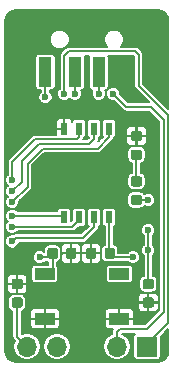
<source format=gbr>
G04 #@! TF.GenerationSoftware,KiCad,Pcbnew,5.0.2+dfsg1-1*
G04 #@! TF.CreationDate,2019-10-07T21:24:18+03:00*
G04 #@! TF.ProjectId,PocketAdmin,506f636b-6574-4416-946d-696e2e6b6963,1.3*
G04 #@! TF.SameCoordinates,PX7bfa480PY42c1d80*
G04 #@! TF.FileFunction,Copper,L1,Top*
G04 #@! TF.FilePolarity,Positive*
%FSLAX46Y46*%
G04 Gerber Fmt 4.6, Leading zero omitted, Abs format (unit mm)*
G04 Created by KiCad (PCBNEW 5.0.2+dfsg1-1) date Mon 07 Oct 2019 09:24:18 PM MSK*
%MOMM*%
%LPD*%
G01*
G04 APERTURE LIST*
G04 #@! TA.AperFunction,Conductor*
%ADD10C,0.100000*%
G04 #@! TD*
G04 #@! TA.AperFunction,SMDPad,CuDef*
%ADD11C,0.875000*%
G04 #@! TD*
G04 #@! TA.AperFunction,ComponentPad*
%ADD12R,1.700000X1.700000*%
G04 #@! TD*
G04 #@! TA.AperFunction,ComponentPad*
%ADD13O,1.700000X1.700000*%
G04 #@! TD*
G04 #@! TA.AperFunction,SMDPad,CuDef*
%ADD14R,1.100000X2.500000*%
G04 #@! TD*
G04 #@! TA.AperFunction,ComponentPad*
%ADD15O,1.900000X3.500000*%
G04 #@! TD*
G04 #@! TA.AperFunction,SMDPad,CuDef*
%ADD16R,1.700000X1.000000*%
G04 #@! TD*
G04 #@! TA.AperFunction,SMDPad,CuDef*
%ADD17R,0.600000X1.000000*%
G04 #@! TD*
G04 #@! TA.AperFunction,SMDPad,CuDef*
%ADD18R,4.000000X3.200000*%
G04 #@! TD*
G04 #@! TA.AperFunction,ViaPad*
%ADD19C,0.600000*%
G04 #@! TD*
G04 #@! TA.AperFunction,Conductor*
%ADD20C,0.200000*%
G04 #@! TD*
G04 #@! TA.AperFunction,Conductor*
%ADD21C,0.190000*%
G04 #@! TD*
G04 APERTURE END LIST*
D10*
G04 #@! TO.N,GND*
G04 #@! TO.C,R3*
G36*
X12977691Y-24938553D02*
X12998926Y-24941703D01*
X13019750Y-24946919D01*
X13039962Y-24954151D01*
X13059368Y-24963330D01*
X13077781Y-24974366D01*
X13095024Y-24987154D01*
X13110930Y-25001570D01*
X13125346Y-25017476D01*
X13138134Y-25034719D01*
X13149170Y-25053132D01*
X13158349Y-25072538D01*
X13165581Y-25092750D01*
X13170797Y-25113574D01*
X13173947Y-25134809D01*
X13175000Y-25156250D01*
X13175000Y-25593750D01*
X13173947Y-25615191D01*
X13170797Y-25636426D01*
X13165581Y-25657250D01*
X13158349Y-25677462D01*
X13149170Y-25696868D01*
X13138134Y-25715281D01*
X13125346Y-25732524D01*
X13110930Y-25748430D01*
X13095024Y-25762846D01*
X13077781Y-25775634D01*
X13059368Y-25786670D01*
X13039962Y-25795849D01*
X13019750Y-25803081D01*
X12998926Y-25808297D01*
X12977691Y-25811447D01*
X12956250Y-25812500D01*
X12443750Y-25812500D01*
X12422309Y-25811447D01*
X12401074Y-25808297D01*
X12380250Y-25803081D01*
X12360038Y-25795849D01*
X12340632Y-25786670D01*
X12322219Y-25775634D01*
X12304976Y-25762846D01*
X12289070Y-25748430D01*
X12274654Y-25732524D01*
X12261866Y-25715281D01*
X12250830Y-25696868D01*
X12241651Y-25677462D01*
X12234419Y-25657250D01*
X12229203Y-25636426D01*
X12226053Y-25615191D01*
X12225000Y-25593750D01*
X12225000Y-25156250D01*
X12226053Y-25134809D01*
X12229203Y-25113574D01*
X12234419Y-25092750D01*
X12241651Y-25072538D01*
X12250830Y-25053132D01*
X12261866Y-25034719D01*
X12274654Y-25017476D01*
X12289070Y-25001570D01*
X12304976Y-24987154D01*
X12322219Y-24974366D01*
X12340632Y-24963330D01*
X12360038Y-24954151D01*
X12380250Y-24946919D01*
X12401074Y-24941703D01*
X12422309Y-24938553D01*
X12443750Y-24937500D01*
X12956250Y-24937500D01*
X12977691Y-24938553D01*
X12977691Y-24938553D01*
G37*
D11*
G04 #@! TD*
G04 #@! TO.P,R3,1*
G04 #@! TO.N,GND*
X12700000Y-25375000D03*
D10*
G04 #@! TO.N,boot0*
G04 #@! TO.C,R3*
G36*
X12977691Y-23363553D02*
X12998926Y-23366703D01*
X13019750Y-23371919D01*
X13039962Y-23379151D01*
X13059368Y-23388330D01*
X13077781Y-23399366D01*
X13095024Y-23412154D01*
X13110930Y-23426570D01*
X13125346Y-23442476D01*
X13138134Y-23459719D01*
X13149170Y-23478132D01*
X13158349Y-23497538D01*
X13165581Y-23517750D01*
X13170797Y-23538574D01*
X13173947Y-23559809D01*
X13175000Y-23581250D01*
X13175000Y-24018750D01*
X13173947Y-24040191D01*
X13170797Y-24061426D01*
X13165581Y-24082250D01*
X13158349Y-24102462D01*
X13149170Y-24121868D01*
X13138134Y-24140281D01*
X13125346Y-24157524D01*
X13110930Y-24173430D01*
X13095024Y-24187846D01*
X13077781Y-24200634D01*
X13059368Y-24211670D01*
X13039962Y-24220849D01*
X13019750Y-24228081D01*
X12998926Y-24233297D01*
X12977691Y-24236447D01*
X12956250Y-24237500D01*
X12443750Y-24237500D01*
X12422309Y-24236447D01*
X12401074Y-24233297D01*
X12380250Y-24228081D01*
X12360038Y-24220849D01*
X12340632Y-24211670D01*
X12322219Y-24200634D01*
X12304976Y-24187846D01*
X12289070Y-24173430D01*
X12274654Y-24157524D01*
X12261866Y-24140281D01*
X12250830Y-24121868D01*
X12241651Y-24102462D01*
X12234419Y-24082250D01*
X12229203Y-24061426D01*
X12226053Y-24040191D01*
X12225000Y-24018750D01*
X12225000Y-23581250D01*
X12226053Y-23559809D01*
X12229203Y-23538574D01*
X12234419Y-23517750D01*
X12241651Y-23497538D01*
X12250830Y-23478132D01*
X12261866Y-23459719D01*
X12274654Y-23442476D01*
X12289070Y-23426570D01*
X12304976Y-23412154D01*
X12322219Y-23399366D01*
X12340632Y-23388330D01*
X12360038Y-23379151D01*
X12380250Y-23371919D01*
X12401074Y-23366703D01*
X12422309Y-23363553D01*
X12443750Y-23362500D01*
X12956250Y-23362500D01*
X12977691Y-23363553D01*
X12977691Y-23363553D01*
G37*
D11*
G04 #@! TD*
G04 #@! TO.P,R3,2*
G04 #@! TO.N,boot0*
X12700000Y-23800000D03*
D12*
G04 #@! TO.P,CON1,1*
G04 #@! TO.N,swclk*
X12600000Y-29100000D03*
D13*
G04 #@! TO.P,CON1,2*
G04 #@! TO.N,swdio*
X10060000Y-29100000D03*
G04 #@! TO.P,CON1,3*
G04 #@! TO.N,GND*
X7520000Y-29100000D03*
G04 #@! TO.P,CON1,4*
G04 #@! TO.N,3.3V*
X4980000Y-29100000D03*
G04 #@! TO.P,CON1,5*
G04 #@! TO.N,boot0*
X2440000Y-29100000D03*
G04 #@! TD*
D14*
G04 #@! TO.P,J1,2*
G04 #@! TO.N,d-*
X6500000Y-5850000D03*
G04 #@! TO.P,J1,3*
G04 #@! TO.N,d+*
X8500000Y-5850000D03*
G04 #@! TO.P,J1,1*
G04 #@! TO.N,5V*
X4000000Y-5850000D03*
G04 #@! TO.P,J1,4*
G04 #@! TO.N,GND*
X11000000Y-5850000D03*
D15*
G04 #@! TO.P,J1,5*
X1800000Y-3100000D03*
X13200000Y-3100000D03*
G04 #@! TD*
D10*
G04 #@! TO.N,3.3V*
G04 #@! TO.C,C9*
G36*
X9677691Y-20726053D02*
X9698926Y-20729203D01*
X9719750Y-20734419D01*
X9739962Y-20741651D01*
X9759368Y-20750830D01*
X9777781Y-20761866D01*
X9795024Y-20774654D01*
X9810930Y-20789070D01*
X9825346Y-20804976D01*
X9838134Y-20822219D01*
X9849170Y-20840632D01*
X9858349Y-20860038D01*
X9865581Y-20880250D01*
X9870797Y-20901074D01*
X9873947Y-20922309D01*
X9875000Y-20943750D01*
X9875000Y-21456250D01*
X9873947Y-21477691D01*
X9870797Y-21498926D01*
X9865581Y-21519750D01*
X9858349Y-21539962D01*
X9849170Y-21559368D01*
X9838134Y-21577781D01*
X9825346Y-21595024D01*
X9810930Y-21610930D01*
X9795024Y-21625346D01*
X9777781Y-21638134D01*
X9759368Y-21649170D01*
X9739962Y-21658349D01*
X9719750Y-21665581D01*
X9698926Y-21670797D01*
X9677691Y-21673947D01*
X9656250Y-21675000D01*
X9218750Y-21675000D01*
X9197309Y-21673947D01*
X9176074Y-21670797D01*
X9155250Y-21665581D01*
X9135038Y-21658349D01*
X9115632Y-21649170D01*
X9097219Y-21638134D01*
X9079976Y-21625346D01*
X9064070Y-21610930D01*
X9049654Y-21595024D01*
X9036866Y-21577781D01*
X9025830Y-21559368D01*
X9016651Y-21539962D01*
X9009419Y-21519750D01*
X9004203Y-21498926D01*
X9001053Y-21477691D01*
X9000000Y-21456250D01*
X9000000Y-20943750D01*
X9001053Y-20922309D01*
X9004203Y-20901074D01*
X9009419Y-20880250D01*
X9016651Y-20860038D01*
X9025830Y-20840632D01*
X9036866Y-20822219D01*
X9049654Y-20804976D01*
X9064070Y-20789070D01*
X9079976Y-20774654D01*
X9097219Y-20761866D01*
X9115632Y-20750830D01*
X9135038Y-20741651D01*
X9155250Y-20734419D01*
X9176074Y-20729203D01*
X9197309Y-20726053D01*
X9218750Y-20725000D01*
X9656250Y-20725000D01*
X9677691Y-20726053D01*
X9677691Y-20726053D01*
G37*
D11*
G04 #@! TD*
G04 #@! TO.P,C9,1*
G04 #@! TO.N,3.3V*
X9437500Y-21200000D03*
D10*
G04 #@! TO.N,GND*
G04 #@! TO.C,C9*
G36*
X8102691Y-20726053D02*
X8123926Y-20729203D01*
X8144750Y-20734419D01*
X8164962Y-20741651D01*
X8184368Y-20750830D01*
X8202781Y-20761866D01*
X8220024Y-20774654D01*
X8235930Y-20789070D01*
X8250346Y-20804976D01*
X8263134Y-20822219D01*
X8274170Y-20840632D01*
X8283349Y-20860038D01*
X8290581Y-20880250D01*
X8295797Y-20901074D01*
X8298947Y-20922309D01*
X8300000Y-20943750D01*
X8300000Y-21456250D01*
X8298947Y-21477691D01*
X8295797Y-21498926D01*
X8290581Y-21519750D01*
X8283349Y-21539962D01*
X8274170Y-21559368D01*
X8263134Y-21577781D01*
X8250346Y-21595024D01*
X8235930Y-21610930D01*
X8220024Y-21625346D01*
X8202781Y-21638134D01*
X8184368Y-21649170D01*
X8164962Y-21658349D01*
X8144750Y-21665581D01*
X8123926Y-21670797D01*
X8102691Y-21673947D01*
X8081250Y-21675000D01*
X7643750Y-21675000D01*
X7622309Y-21673947D01*
X7601074Y-21670797D01*
X7580250Y-21665581D01*
X7560038Y-21658349D01*
X7540632Y-21649170D01*
X7522219Y-21638134D01*
X7504976Y-21625346D01*
X7489070Y-21610930D01*
X7474654Y-21595024D01*
X7461866Y-21577781D01*
X7450830Y-21559368D01*
X7441651Y-21539962D01*
X7434419Y-21519750D01*
X7429203Y-21498926D01*
X7426053Y-21477691D01*
X7425000Y-21456250D01*
X7425000Y-20943750D01*
X7426053Y-20922309D01*
X7429203Y-20901074D01*
X7434419Y-20880250D01*
X7441651Y-20860038D01*
X7450830Y-20840632D01*
X7461866Y-20822219D01*
X7474654Y-20804976D01*
X7489070Y-20789070D01*
X7504976Y-20774654D01*
X7522219Y-20761866D01*
X7540632Y-20750830D01*
X7560038Y-20741651D01*
X7580250Y-20734419D01*
X7601074Y-20729203D01*
X7622309Y-20726053D01*
X7643750Y-20725000D01*
X8081250Y-20725000D01*
X8102691Y-20726053D01*
X8102691Y-20726053D01*
G37*
D11*
G04 #@! TD*
G04 #@! TO.P,C9,2*
G04 #@! TO.N,GND*
X7862500Y-21200000D03*
D16*
G04 #@! TO.P,SW1,1*
G04 #@! TO.N,Net-(C10-Pad2)*
X3950000Y-22950000D03*
X10250000Y-22950000D03*
G04 #@! TO.P,SW1,2*
G04 #@! TO.N,GND*
X3950000Y-26750000D03*
X10250000Y-26750000D03*
G04 #@! TD*
D10*
G04 #@! TO.N,GND*
G04 #@! TO.C,C10*
G36*
X6415191Y-20726053D02*
X6436426Y-20729203D01*
X6457250Y-20734419D01*
X6477462Y-20741651D01*
X6496868Y-20750830D01*
X6515281Y-20761866D01*
X6532524Y-20774654D01*
X6548430Y-20789070D01*
X6562846Y-20804976D01*
X6575634Y-20822219D01*
X6586670Y-20840632D01*
X6595849Y-20860038D01*
X6603081Y-20880250D01*
X6608297Y-20901074D01*
X6611447Y-20922309D01*
X6612500Y-20943750D01*
X6612500Y-21456250D01*
X6611447Y-21477691D01*
X6608297Y-21498926D01*
X6603081Y-21519750D01*
X6595849Y-21539962D01*
X6586670Y-21559368D01*
X6575634Y-21577781D01*
X6562846Y-21595024D01*
X6548430Y-21610930D01*
X6532524Y-21625346D01*
X6515281Y-21638134D01*
X6496868Y-21649170D01*
X6477462Y-21658349D01*
X6457250Y-21665581D01*
X6436426Y-21670797D01*
X6415191Y-21673947D01*
X6393750Y-21675000D01*
X5956250Y-21675000D01*
X5934809Y-21673947D01*
X5913574Y-21670797D01*
X5892750Y-21665581D01*
X5872538Y-21658349D01*
X5853132Y-21649170D01*
X5834719Y-21638134D01*
X5817476Y-21625346D01*
X5801570Y-21610930D01*
X5787154Y-21595024D01*
X5774366Y-21577781D01*
X5763330Y-21559368D01*
X5754151Y-21539962D01*
X5746919Y-21519750D01*
X5741703Y-21498926D01*
X5738553Y-21477691D01*
X5737500Y-21456250D01*
X5737500Y-20943750D01*
X5738553Y-20922309D01*
X5741703Y-20901074D01*
X5746919Y-20880250D01*
X5754151Y-20860038D01*
X5763330Y-20840632D01*
X5774366Y-20822219D01*
X5787154Y-20804976D01*
X5801570Y-20789070D01*
X5817476Y-20774654D01*
X5834719Y-20761866D01*
X5853132Y-20750830D01*
X5872538Y-20741651D01*
X5892750Y-20734419D01*
X5913574Y-20729203D01*
X5934809Y-20726053D01*
X5956250Y-20725000D01*
X6393750Y-20725000D01*
X6415191Y-20726053D01*
X6415191Y-20726053D01*
G37*
D11*
G04 #@! TD*
G04 #@! TO.P,C10,1*
G04 #@! TO.N,GND*
X6175000Y-21200000D03*
D10*
G04 #@! TO.N,Net-(C10-Pad2)*
G04 #@! TO.C,C10*
G36*
X4840191Y-20726053D02*
X4861426Y-20729203D01*
X4882250Y-20734419D01*
X4902462Y-20741651D01*
X4921868Y-20750830D01*
X4940281Y-20761866D01*
X4957524Y-20774654D01*
X4973430Y-20789070D01*
X4987846Y-20804976D01*
X5000634Y-20822219D01*
X5011670Y-20840632D01*
X5020849Y-20860038D01*
X5028081Y-20880250D01*
X5033297Y-20901074D01*
X5036447Y-20922309D01*
X5037500Y-20943750D01*
X5037500Y-21456250D01*
X5036447Y-21477691D01*
X5033297Y-21498926D01*
X5028081Y-21519750D01*
X5020849Y-21539962D01*
X5011670Y-21559368D01*
X5000634Y-21577781D01*
X4987846Y-21595024D01*
X4973430Y-21610930D01*
X4957524Y-21625346D01*
X4940281Y-21638134D01*
X4921868Y-21649170D01*
X4902462Y-21658349D01*
X4882250Y-21665581D01*
X4861426Y-21670797D01*
X4840191Y-21673947D01*
X4818750Y-21675000D01*
X4381250Y-21675000D01*
X4359809Y-21673947D01*
X4338574Y-21670797D01*
X4317750Y-21665581D01*
X4297538Y-21658349D01*
X4278132Y-21649170D01*
X4259719Y-21638134D01*
X4242476Y-21625346D01*
X4226570Y-21610930D01*
X4212154Y-21595024D01*
X4199366Y-21577781D01*
X4188330Y-21559368D01*
X4179151Y-21539962D01*
X4171919Y-21519750D01*
X4166703Y-21498926D01*
X4163553Y-21477691D01*
X4162500Y-21456250D01*
X4162500Y-20943750D01*
X4163553Y-20922309D01*
X4166703Y-20901074D01*
X4171919Y-20880250D01*
X4179151Y-20860038D01*
X4188330Y-20840632D01*
X4199366Y-20822219D01*
X4212154Y-20804976D01*
X4226570Y-20789070D01*
X4242476Y-20774654D01*
X4259719Y-20761866D01*
X4278132Y-20750830D01*
X4297538Y-20741651D01*
X4317750Y-20734419D01*
X4338574Y-20729203D01*
X4359809Y-20726053D01*
X4381250Y-20725000D01*
X4818750Y-20725000D01*
X4840191Y-20726053D01*
X4840191Y-20726053D01*
G37*
D11*
G04 #@! TD*
G04 #@! TO.P,C10,2*
G04 #@! TO.N,Net-(C10-Pad2)*
X4600000Y-21200000D03*
D17*
G04 #@! TO.P,U4,1*
G04 #@! TO.N,cs*
X9405000Y-10650000D03*
G04 #@! TO.P,U4,2*
G04 #@! TO.N,miso*
X8135000Y-10650000D03*
G04 #@! TO.P,U4,3*
G04 #@! TO.N,wp*
X6865000Y-10650000D03*
G04 #@! TO.P,U4,4*
G04 #@! TO.N,GND*
X5595000Y-10650000D03*
G04 #@! TO.P,U4,5*
G04 #@! TO.N,mosi*
X5595000Y-18150000D03*
G04 #@! TO.P,U4,6*
G04 #@! TO.N,sck*
X6865000Y-18150000D03*
G04 #@! TO.P,U4,7*
G04 #@! TO.N,hold*
X8135000Y-18150000D03*
G04 #@! TO.P,U4,8*
G04 #@! TO.N,3.3V*
X9405000Y-18150000D03*
D18*
G04 #@! TO.P,U4,9*
G04 #@! TO.N,GND*
X7500000Y-14400000D03*
G04 #@! TD*
D10*
G04 #@! TO.N,Net-(D1-Pad1)*
G04 #@! TO.C,D1*
G36*
X11977691Y-14676053D02*
X11998926Y-14679203D01*
X12019750Y-14684419D01*
X12039962Y-14691651D01*
X12059368Y-14700830D01*
X12077781Y-14711866D01*
X12095024Y-14724654D01*
X12110930Y-14739070D01*
X12125346Y-14754976D01*
X12138134Y-14772219D01*
X12149170Y-14790632D01*
X12158349Y-14810038D01*
X12165581Y-14830250D01*
X12170797Y-14851074D01*
X12173947Y-14872309D01*
X12175000Y-14893750D01*
X12175000Y-15331250D01*
X12173947Y-15352691D01*
X12170797Y-15373926D01*
X12165581Y-15394750D01*
X12158349Y-15414962D01*
X12149170Y-15434368D01*
X12138134Y-15452781D01*
X12125346Y-15470024D01*
X12110930Y-15485930D01*
X12095024Y-15500346D01*
X12077781Y-15513134D01*
X12059368Y-15524170D01*
X12039962Y-15533349D01*
X12019750Y-15540581D01*
X11998926Y-15545797D01*
X11977691Y-15548947D01*
X11956250Y-15550000D01*
X11443750Y-15550000D01*
X11422309Y-15548947D01*
X11401074Y-15545797D01*
X11380250Y-15540581D01*
X11360038Y-15533349D01*
X11340632Y-15524170D01*
X11322219Y-15513134D01*
X11304976Y-15500346D01*
X11289070Y-15485930D01*
X11274654Y-15470024D01*
X11261866Y-15452781D01*
X11250830Y-15434368D01*
X11241651Y-15414962D01*
X11234419Y-15394750D01*
X11229203Y-15373926D01*
X11226053Y-15352691D01*
X11225000Y-15331250D01*
X11225000Y-14893750D01*
X11226053Y-14872309D01*
X11229203Y-14851074D01*
X11234419Y-14830250D01*
X11241651Y-14810038D01*
X11250830Y-14790632D01*
X11261866Y-14772219D01*
X11274654Y-14754976D01*
X11289070Y-14739070D01*
X11304976Y-14724654D01*
X11322219Y-14711866D01*
X11340632Y-14700830D01*
X11360038Y-14691651D01*
X11380250Y-14684419D01*
X11401074Y-14679203D01*
X11422309Y-14676053D01*
X11443750Y-14675000D01*
X11956250Y-14675000D01*
X11977691Y-14676053D01*
X11977691Y-14676053D01*
G37*
D11*
G04 #@! TD*
G04 #@! TO.P,D1,1*
G04 #@! TO.N,Net-(D1-Pad1)*
X11700000Y-15112500D03*
D10*
G04 #@! TO.N,Net-(D1-Pad2)*
G04 #@! TO.C,D1*
G36*
X11977691Y-16251053D02*
X11998926Y-16254203D01*
X12019750Y-16259419D01*
X12039962Y-16266651D01*
X12059368Y-16275830D01*
X12077781Y-16286866D01*
X12095024Y-16299654D01*
X12110930Y-16314070D01*
X12125346Y-16329976D01*
X12138134Y-16347219D01*
X12149170Y-16365632D01*
X12158349Y-16385038D01*
X12165581Y-16405250D01*
X12170797Y-16426074D01*
X12173947Y-16447309D01*
X12175000Y-16468750D01*
X12175000Y-16906250D01*
X12173947Y-16927691D01*
X12170797Y-16948926D01*
X12165581Y-16969750D01*
X12158349Y-16989962D01*
X12149170Y-17009368D01*
X12138134Y-17027781D01*
X12125346Y-17045024D01*
X12110930Y-17060930D01*
X12095024Y-17075346D01*
X12077781Y-17088134D01*
X12059368Y-17099170D01*
X12039962Y-17108349D01*
X12019750Y-17115581D01*
X11998926Y-17120797D01*
X11977691Y-17123947D01*
X11956250Y-17125000D01*
X11443750Y-17125000D01*
X11422309Y-17123947D01*
X11401074Y-17120797D01*
X11380250Y-17115581D01*
X11360038Y-17108349D01*
X11340632Y-17099170D01*
X11322219Y-17088134D01*
X11304976Y-17075346D01*
X11289070Y-17060930D01*
X11274654Y-17045024D01*
X11261866Y-17027781D01*
X11250830Y-17009368D01*
X11241651Y-16989962D01*
X11234419Y-16969750D01*
X11229203Y-16948926D01*
X11226053Y-16927691D01*
X11225000Y-16906250D01*
X11225000Y-16468750D01*
X11226053Y-16447309D01*
X11229203Y-16426074D01*
X11234419Y-16405250D01*
X11241651Y-16385038D01*
X11250830Y-16365632D01*
X11261866Y-16347219D01*
X11274654Y-16329976D01*
X11289070Y-16314070D01*
X11304976Y-16299654D01*
X11322219Y-16286866D01*
X11340632Y-16275830D01*
X11360038Y-16266651D01*
X11380250Y-16259419D01*
X11401074Y-16254203D01*
X11422309Y-16251053D01*
X11443750Y-16250000D01*
X11956250Y-16250000D01*
X11977691Y-16251053D01*
X11977691Y-16251053D01*
G37*
D11*
G04 #@! TD*
G04 #@! TO.P,D1,2*
G04 #@! TO.N,Net-(D1-Pad2)*
X11700000Y-16687500D03*
D10*
G04 #@! TO.N,Net-(D1-Pad1)*
G04 #@! TO.C,R4*
G36*
X11977691Y-12413553D02*
X11998926Y-12416703D01*
X12019750Y-12421919D01*
X12039962Y-12429151D01*
X12059368Y-12438330D01*
X12077781Y-12449366D01*
X12095024Y-12462154D01*
X12110930Y-12476570D01*
X12125346Y-12492476D01*
X12138134Y-12509719D01*
X12149170Y-12528132D01*
X12158349Y-12547538D01*
X12165581Y-12567750D01*
X12170797Y-12588574D01*
X12173947Y-12609809D01*
X12175000Y-12631250D01*
X12175000Y-13068750D01*
X12173947Y-13090191D01*
X12170797Y-13111426D01*
X12165581Y-13132250D01*
X12158349Y-13152462D01*
X12149170Y-13171868D01*
X12138134Y-13190281D01*
X12125346Y-13207524D01*
X12110930Y-13223430D01*
X12095024Y-13237846D01*
X12077781Y-13250634D01*
X12059368Y-13261670D01*
X12039962Y-13270849D01*
X12019750Y-13278081D01*
X11998926Y-13283297D01*
X11977691Y-13286447D01*
X11956250Y-13287500D01*
X11443750Y-13287500D01*
X11422309Y-13286447D01*
X11401074Y-13283297D01*
X11380250Y-13278081D01*
X11360038Y-13270849D01*
X11340632Y-13261670D01*
X11322219Y-13250634D01*
X11304976Y-13237846D01*
X11289070Y-13223430D01*
X11274654Y-13207524D01*
X11261866Y-13190281D01*
X11250830Y-13171868D01*
X11241651Y-13152462D01*
X11234419Y-13132250D01*
X11229203Y-13111426D01*
X11226053Y-13090191D01*
X11225000Y-13068750D01*
X11225000Y-12631250D01*
X11226053Y-12609809D01*
X11229203Y-12588574D01*
X11234419Y-12567750D01*
X11241651Y-12547538D01*
X11250830Y-12528132D01*
X11261866Y-12509719D01*
X11274654Y-12492476D01*
X11289070Y-12476570D01*
X11304976Y-12462154D01*
X11322219Y-12449366D01*
X11340632Y-12438330D01*
X11360038Y-12429151D01*
X11380250Y-12421919D01*
X11401074Y-12416703D01*
X11422309Y-12413553D01*
X11443750Y-12412500D01*
X11956250Y-12412500D01*
X11977691Y-12413553D01*
X11977691Y-12413553D01*
G37*
D11*
G04 #@! TD*
G04 #@! TO.P,R4,1*
G04 #@! TO.N,Net-(D1-Pad1)*
X11700000Y-12850000D03*
D10*
G04 #@! TO.N,GND*
G04 #@! TO.C,R4*
G36*
X11977691Y-10838553D02*
X11998926Y-10841703D01*
X12019750Y-10846919D01*
X12039962Y-10854151D01*
X12059368Y-10863330D01*
X12077781Y-10874366D01*
X12095024Y-10887154D01*
X12110930Y-10901570D01*
X12125346Y-10917476D01*
X12138134Y-10934719D01*
X12149170Y-10953132D01*
X12158349Y-10972538D01*
X12165581Y-10992750D01*
X12170797Y-11013574D01*
X12173947Y-11034809D01*
X12175000Y-11056250D01*
X12175000Y-11493750D01*
X12173947Y-11515191D01*
X12170797Y-11536426D01*
X12165581Y-11557250D01*
X12158349Y-11577462D01*
X12149170Y-11596868D01*
X12138134Y-11615281D01*
X12125346Y-11632524D01*
X12110930Y-11648430D01*
X12095024Y-11662846D01*
X12077781Y-11675634D01*
X12059368Y-11686670D01*
X12039962Y-11695849D01*
X12019750Y-11703081D01*
X11998926Y-11708297D01*
X11977691Y-11711447D01*
X11956250Y-11712500D01*
X11443750Y-11712500D01*
X11422309Y-11711447D01*
X11401074Y-11708297D01*
X11380250Y-11703081D01*
X11360038Y-11695849D01*
X11340632Y-11686670D01*
X11322219Y-11675634D01*
X11304976Y-11662846D01*
X11289070Y-11648430D01*
X11274654Y-11632524D01*
X11261866Y-11615281D01*
X11250830Y-11596868D01*
X11241651Y-11577462D01*
X11234419Y-11557250D01*
X11229203Y-11536426D01*
X11226053Y-11515191D01*
X11225000Y-11493750D01*
X11225000Y-11056250D01*
X11226053Y-11034809D01*
X11229203Y-11013574D01*
X11234419Y-10992750D01*
X11241651Y-10972538D01*
X11250830Y-10953132D01*
X11261866Y-10934719D01*
X11274654Y-10917476D01*
X11289070Y-10901570D01*
X11304976Y-10887154D01*
X11322219Y-10874366D01*
X11340632Y-10863330D01*
X11360038Y-10854151D01*
X11380250Y-10846919D01*
X11401074Y-10841703D01*
X11422309Y-10838553D01*
X11443750Y-10837500D01*
X11956250Y-10837500D01*
X11977691Y-10838553D01*
X11977691Y-10838553D01*
G37*
D11*
G04 #@! TD*
G04 #@! TO.P,R4,2*
G04 #@! TO.N,GND*
X11700000Y-11275000D03*
D10*
G04 #@! TO.N,GND*
G04 #@! TO.C,C12*
G36*
X1877691Y-23363553D02*
X1898926Y-23366703D01*
X1919750Y-23371919D01*
X1939962Y-23379151D01*
X1959368Y-23388330D01*
X1977781Y-23399366D01*
X1995024Y-23412154D01*
X2010930Y-23426570D01*
X2025346Y-23442476D01*
X2038134Y-23459719D01*
X2049170Y-23478132D01*
X2058349Y-23497538D01*
X2065581Y-23517750D01*
X2070797Y-23538574D01*
X2073947Y-23559809D01*
X2075000Y-23581250D01*
X2075000Y-24018750D01*
X2073947Y-24040191D01*
X2070797Y-24061426D01*
X2065581Y-24082250D01*
X2058349Y-24102462D01*
X2049170Y-24121868D01*
X2038134Y-24140281D01*
X2025346Y-24157524D01*
X2010930Y-24173430D01*
X1995024Y-24187846D01*
X1977781Y-24200634D01*
X1959368Y-24211670D01*
X1939962Y-24220849D01*
X1919750Y-24228081D01*
X1898926Y-24233297D01*
X1877691Y-24236447D01*
X1856250Y-24237500D01*
X1343750Y-24237500D01*
X1322309Y-24236447D01*
X1301074Y-24233297D01*
X1280250Y-24228081D01*
X1260038Y-24220849D01*
X1240632Y-24211670D01*
X1222219Y-24200634D01*
X1204976Y-24187846D01*
X1189070Y-24173430D01*
X1174654Y-24157524D01*
X1161866Y-24140281D01*
X1150830Y-24121868D01*
X1141651Y-24102462D01*
X1134419Y-24082250D01*
X1129203Y-24061426D01*
X1126053Y-24040191D01*
X1125000Y-24018750D01*
X1125000Y-23581250D01*
X1126053Y-23559809D01*
X1129203Y-23538574D01*
X1134419Y-23517750D01*
X1141651Y-23497538D01*
X1150830Y-23478132D01*
X1161866Y-23459719D01*
X1174654Y-23442476D01*
X1189070Y-23426570D01*
X1204976Y-23412154D01*
X1222219Y-23399366D01*
X1240632Y-23388330D01*
X1260038Y-23379151D01*
X1280250Y-23371919D01*
X1301074Y-23366703D01*
X1322309Y-23363553D01*
X1343750Y-23362500D01*
X1856250Y-23362500D01*
X1877691Y-23363553D01*
X1877691Y-23363553D01*
G37*
D11*
G04 #@! TD*
G04 #@! TO.P,C12,1*
G04 #@! TO.N,GND*
X1600000Y-23800000D03*
D10*
G04 #@! TO.N,boot0*
G04 #@! TO.C,C12*
G36*
X1877691Y-24938553D02*
X1898926Y-24941703D01*
X1919750Y-24946919D01*
X1939962Y-24954151D01*
X1959368Y-24963330D01*
X1977781Y-24974366D01*
X1995024Y-24987154D01*
X2010930Y-25001570D01*
X2025346Y-25017476D01*
X2038134Y-25034719D01*
X2049170Y-25053132D01*
X2058349Y-25072538D01*
X2065581Y-25092750D01*
X2070797Y-25113574D01*
X2073947Y-25134809D01*
X2075000Y-25156250D01*
X2075000Y-25593750D01*
X2073947Y-25615191D01*
X2070797Y-25636426D01*
X2065581Y-25657250D01*
X2058349Y-25677462D01*
X2049170Y-25696868D01*
X2038134Y-25715281D01*
X2025346Y-25732524D01*
X2010930Y-25748430D01*
X1995024Y-25762846D01*
X1977781Y-25775634D01*
X1959368Y-25786670D01*
X1939962Y-25795849D01*
X1919750Y-25803081D01*
X1898926Y-25808297D01*
X1877691Y-25811447D01*
X1856250Y-25812500D01*
X1343750Y-25812500D01*
X1322309Y-25811447D01*
X1301074Y-25808297D01*
X1280250Y-25803081D01*
X1260038Y-25795849D01*
X1240632Y-25786670D01*
X1222219Y-25775634D01*
X1204976Y-25762846D01*
X1189070Y-25748430D01*
X1174654Y-25732524D01*
X1161866Y-25715281D01*
X1150830Y-25696868D01*
X1141651Y-25677462D01*
X1134419Y-25657250D01*
X1129203Y-25636426D01*
X1126053Y-25615191D01*
X1125000Y-25593750D01*
X1125000Y-25156250D01*
X1126053Y-25134809D01*
X1129203Y-25113574D01*
X1134419Y-25092750D01*
X1141651Y-25072538D01*
X1150830Y-25053132D01*
X1161866Y-25034719D01*
X1174654Y-25017476D01*
X1189070Y-25001570D01*
X1204976Y-24987154D01*
X1222219Y-24974366D01*
X1240632Y-24963330D01*
X1260038Y-24954151D01*
X1280250Y-24946919D01*
X1301074Y-24941703D01*
X1322309Y-24938553D01*
X1343750Y-24937500D01*
X1856250Y-24937500D01*
X1877691Y-24938553D01*
X1877691Y-24938553D01*
G37*
D11*
G04 #@! TD*
G04 #@! TO.P,C12,2*
G04 #@! TO.N,boot0*
X1600000Y-25375000D03*
D19*
G04 #@! TO.N,3.3V*
X11412500Y-21550000D03*
G04 #@! TO.N,GND*
X11000000Y-8000000D03*
X2600000Y-9900000D03*
X2700000Y-25400000D03*
X11500000Y-25450000D03*
X12000000Y-9900002D03*
X6400000Y-23300000D03*
X12700000Y-13800000D03*
X3400000Y-13750000D03*
X10500000Y-20750000D03*
X2600000Y-20900000D03*
G04 #@! TO.N,5V*
X4000000Y-8000000D03*
G04 #@! TO.N,swclk*
X5600000Y-7700000D03*
G04 #@! TO.N,swdio*
X9750000Y-7700000D03*
G04 #@! TO.N,d-*
X6500000Y-7700000D03*
G04 #@! TO.N,d+*
X8500000Y-7700000D03*
G04 #@! TO.N,sck*
X1200000Y-18950000D03*
G04 #@! TO.N,miso*
X1200000Y-15950000D03*
G04 #@! TO.N,mosi*
X1200000Y-18050000D03*
G04 #@! TO.N,cs*
X1200000Y-16850000D03*
G04 #@! TO.N,Net-(C10-Pad2)*
X3500000Y-21550000D03*
G04 #@! TO.N,wp*
X1200000Y-15000000D03*
G04 #@! TO.N,hold*
X1200000Y-20200000D03*
G04 #@! TO.N,boot0*
X12700000Y-20950000D03*
X12700000Y-19250000D03*
G04 #@! TO.N,Net-(D1-Pad2)*
X12700000Y-16700000D03*
G04 #@! TD*
D20*
G04 #@! TO.N,3.3V*
X9405000Y-21370000D02*
X9375000Y-21400000D01*
X9405000Y-19945000D02*
X9405000Y-18150000D01*
X9405000Y-21167500D02*
X9437500Y-21200000D01*
X9405000Y-19945000D02*
X9405000Y-21167500D01*
X9400000Y-19950000D02*
X9405000Y-19945000D01*
X9787500Y-21550000D02*
X9437500Y-21200000D01*
X11412500Y-21550000D02*
X9787500Y-21550000D01*
G04 #@! TO.N,GND*
X11000000Y-5850000D02*
X11000000Y-8000000D01*
G04 #@! TO.N,5V*
X4000000Y-5850000D02*
X4000000Y-8000000D01*
G04 #@! TO.N,swclk*
X14400000Y-27080000D02*
X12580000Y-28900000D01*
X14400000Y-9500000D02*
X14400000Y-27080000D01*
X5600000Y-7700000D02*
X5600000Y-4500000D01*
X11600000Y-4100000D02*
X11900000Y-4400000D01*
X6000000Y-4100000D02*
X11600000Y-4100000D01*
X5600000Y-4500000D02*
X6000000Y-4100000D01*
X11900000Y-7000000D02*
X14400000Y-9500000D01*
X11900000Y-4400000D02*
X11900000Y-7000000D01*
G04 #@! TO.N,swdio*
X10850000Y-8800000D02*
X9750000Y-7700000D01*
X14000000Y-9900000D02*
X12900000Y-8800000D01*
X12900000Y-8800000D02*
X10850000Y-8800000D01*
X10040000Y-27900000D02*
X10340000Y-27600000D01*
X10040000Y-28900000D02*
X10040000Y-27900000D01*
X12600000Y-27600000D02*
X14000000Y-26200000D01*
X14000000Y-26200000D02*
X14000000Y-9900000D01*
X10340000Y-27600000D02*
X12600000Y-27600000D01*
G04 #@! TO.N,d-*
X6500000Y-5850000D02*
X6500000Y-7700000D01*
G04 #@! TO.N,d+*
X8500000Y-5850000D02*
X8500000Y-7700000D01*
G04 #@! TO.N,sck*
X6865000Y-18350000D02*
X6865000Y-18150000D01*
X6265000Y-18950000D02*
X6865000Y-18350000D01*
X1300000Y-18950000D02*
X6265000Y-18950000D01*
G04 #@! TO.N,miso*
X7700000Y-11950000D02*
X8135000Y-11515000D01*
X2000000Y-13400000D02*
X3450000Y-11950000D01*
X3450000Y-11950000D02*
X7700000Y-11950000D01*
X8135000Y-11515000D02*
X8135000Y-10650000D01*
X2000000Y-15150000D02*
X1200000Y-15950000D01*
X2000000Y-13400000D02*
X2000000Y-15150000D01*
G04 #@! TO.N,mosi*
X5395000Y-17950000D02*
X5595000Y-18150000D01*
X5495000Y-18050000D02*
X5595000Y-18150000D01*
X1300000Y-18050000D02*
X5495000Y-18050000D01*
G04 #@! TO.N,cs*
X9405000Y-11350000D02*
X8405000Y-12350000D01*
X3750000Y-12350000D02*
X2500000Y-13600000D01*
X9405000Y-10650000D02*
X9405000Y-11350000D01*
X8405000Y-12350000D02*
X3750000Y-12350000D01*
X2500000Y-15550000D02*
X2500000Y-13600000D01*
X1200000Y-16850000D02*
X2500000Y-15550000D01*
G04 #@! TO.N,Net-(C10-Pad2)*
X4200000Y-22750000D02*
X4150000Y-22800000D01*
X4600000Y-22800000D02*
X3950000Y-22800000D01*
X4600000Y-21400000D02*
X4600000Y-22800000D01*
X4250000Y-21550000D02*
X4600000Y-21200000D01*
X3500000Y-21550000D02*
X4250000Y-21550000D01*
G04 #@! TO.N,wp*
X6665000Y-11550000D02*
X3150000Y-11550000D01*
X6865000Y-10650000D02*
X6865000Y-11350000D01*
X6865000Y-11350000D02*
X6665000Y-11550000D01*
X1200000Y-13500000D02*
X3150000Y-11550000D01*
X1200000Y-15000000D02*
X1200000Y-13500000D01*
G04 #@! TO.N,hold*
X1500000Y-19900000D02*
X7200000Y-19900000D01*
X1200000Y-20200000D02*
X1500000Y-19900000D01*
X7200000Y-19900000D02*
X8135000Y-18965000D01*
X8135000Y-18965000D02*
X8135000Y-18150000D01*
G04 #@! TO.N,boot0*
X12700000Y-21374264D02*
X12700000Y-23800000D01*
X12700000Y-20950000D02*
X12700000Y-21374264D01*
X12700000Y-19250000D02*
X12700000Y-20950000D01*
X1600000Y-28260000D02*
X2440000Y-29100000D01*
X1600000Y-25375000D02*
X1600000Y-28260000D01*
G04 #@! TO.N,Net-(D1-Pad1)*
X11700000Y-14575000D02*
X11700000Y-12850000D01*
X11700000Y-15112500D02*
X11700000Y-14575000D01*
G04 #@! TO.N,Net-(D1-Pad2)*
X11712500Y-16700000D02*
X11700000Y-16687500D01*
X12700000Y-16700000D02*
X11712500Y-16700000D01*
G04 #@! TD*
D21*
G04 #@! TO.N,GND*
G36*
X13845616Y-665608D02*
X14138616Y-861384D01*
X14334392Y-1154384D01*
X14405000Y-1509358D01*
X14405000Y-8946386D01*
X12295000Y-6836386D01*
X12295000Y-4438899D01*
X12302738Y-4399999D01*
X12291973Y-4345880D01*
X12272081Y-4245879D01*
X12184779Y-4115221D01*
X12151801Y-4093186D01*
X11906816Y-3848201D01*
X11884779Y-3815221D01*
X11754121Y-3727919D01*
X11638901Y-3705000D01*
X11600000Y-3697262D01*
X11561099Y-3705000D01*
X10390011Y-3705000D01*
X10516357Y-3578654D01*
X10645000Y-3268081D01*
X10645000Y-2931919D01*
X10516357Y-2621346D01*
X10278654Y-2383643D01*
X9968081Y-2255000D01*
X9631919Y-2255000D01*
X9321346Y-2383643D01*
X9083643Y-2621346D01*
X8955000Y-2931919D01*
X8955000Y-3268081D01*
X9083643Y-3578654D01*
X9209989Y-3705000D01*
X6038899Y-3705000D01*
X5999999Y-3697262D01*
X5961099Y-3705000D01*
X5845879Y-3727919D01*
X5715221Y-3815221D01*
X5693186Y-3848199D01*
X5348200Y-4193186D01*
X5315222Y-4215221D01*
X5293187Y-4248199D01*
X5293186Y-4248200D01*
X5227919Y-4345880D01*
X5197262Y-4500000D01*
X5205001Y-4538906D01*
X5205000Y-7253542D01*
X5095583Y-7362959D01*
X5005000Y-7581647D01*
X5005000Y-7818353D01*
X5095583Y-8037041D01*
X5262959Y-8204417D01*
X5481647Y-8295000D01*
X5718353Y-8295000D01*
X5937041Y-8204417D01*
X6050000Y-8091458D01*
X6162959Y-8204417D01*
X6381647Y-8295000D01*
X6618353Y-8295000D01*
X6837041Y-8204417D01*
X7004417Y-8037041D01*
X7095000Y-7818353D01*
X7095000Y-7581647D01*
X7020082Y-7400779D01*
X7050000Y-7400779D01*
X7165103Y-7377884D01*
X7262683Y-7312683D01*
X7327884Y-7215103D01*
X7350779Y-7100000D01*
X7350779Y-4600000D01*
X7329894Y-4495000D01*
X7670106Y-4495000D01*
X7649221Y-4600000D01*
X7649221Y-7100000D01*
X7672116Y-7215103D01*
X7737317Y-7312683D01*
X7834897Y-7377884D01*
X7950000Y-7400779D01*
X7979918Y-7400779D01*
X7905000Y-7581647D01*
X7905000Y-7818353D01*
X7995583Y-8037041D01*
X8162959Y-8204417D01*
X8381647Y-8295000D01*
X8618353Y-8295000D01*
X8837041Y-8204417D01*
X9004417Y-8037041D01*
X9095000Y-7818353D01*
X9095000Y-7581647D01*
X9020082Y-7400779D01*
X9050000Y-7400779D01*
X9165103Y-7377884D01*
X9262683Y-7312683D01*
X9327884Y-7215103D01*
X9350779Y-7100000D01*
X9350779Y-4600000D01*
X9329894Y-4495000D01*
X11436386Y-4495000D01*
X11505000Y-4563615D01*
X11505001Y-6961094D01*
X11497262Y-7000000D01*
X11527919Y-7154120D01*
X11555624Y-7195583D01*
X11615222Y-7284779D01*
X11648200Y-7306814D01*
X12746386Y-8405000D01*
X11013614Y-8405000D01*
X10345000Y-7736386D01*
X10345000Y-7581647D01*
X10254417Y-7362959D01*
X10087041Y-7195583D01*
X9868353Y-7105000D01*
X9631647Y-7105000D01*
X9412959Y-7195583D01*
X9245583Y-7362959D01*
X9155000Y-7581647D01*
X9155000Y-7818353D01*
X9245583Y-8037041D01*
X9412959Y-8204417D01*
X9631647Y-8295000D01*
X9786386Y-8295000D01*
X10543184Y-9051798D01*
X10565221Y-9084779D01*
X10695879Y-9172081D01*
X10850000Y-9202738D01*
X10888901Y-9195000D01*
X12736386Y-9195000D01*
X13605001Y-10063615D01*
X13605000Y-26036385D01*
X12436386Y-27205000D01*
X11495000Y-27205000D01*
X11495000Y-26858750D01*
X11396250Y-26760000D01*
X10260000Y-26760000D01*
X10260000Y-26780000D01*
X10240000Y-26780000D01*
X10240000Y-26760000D01*
X9103750Y-26760000D01*
X9005000Y-26858750D01*
X9005000Y-27328571D01*
X9065135Y-27473750D01*
X9176251Y-27584865D01*
X9321430Y-27645000D01*
X9735325Y-27645000D01*
X9733187Y-27648199D01*
X9733186Y-27648200D01*
X9667919Y-27745880D01*
X9637262Y-27900000D01*
X9645001Y-27938905D01*
X9645001Y-28015117D01*
X9613243Y-28021434D01*
X9234502Y-28274502D01*
X8981434Y-28653243D01*
X8892569Y-29100000D01*
X8981434Y-29546757D01*
X9234502Y-29925498D01*
X9613243Y-30178566D01*
X9947231Y-30245000D01*
X10172769Y-30245000D01*
X10506757Y-30178566D01*
X10885498Y-29925498D01*
X11138566Y-29546757D01*
X11227431Y-29100000D01*
X11138566Y-28653243D01*
X10885498Y-28274502D01*
X10506757Y-28021434D01*
X10482088Y-28016527D01*
X10503615Y-27995000D01*
X11600649Y-27995000D01*
X11537317Y-28037317D01*
X11472116Y-28134897D01*
X11449221Y-28250000D01*
X11449221Y-29950000D01*
X11472116Y-30065103D01*
X11537317Y-30162683D01*
X11634897Y-30227884D01*
X11750000Y-30250779D01*
X13450000Y-30250779D01*
X13565103Y-30227884D01*
X13662683Y-30162683D01*
X13727884Y-30065103D01*
X13750779Y-29950000D01*
X13750779Y-28287835D01*
X14405000Y-27633614D01*
X14405000Y-29490642D01*
X14334392Y-29845616D01*
X14138616Y-30138616D01*
X13845616Y-30334392D01*
X13490642Y-30405000D01*
X1509358Y-30405000D01*
X1154384Y-30334392D01*
X861384Y-30138616D01*
X665608Y-29845616D01*
X595000Y-29490642D01*
X595000Y-25156250D01*
X824221Y-25156250D01*
X824221Y-25593750D01*
X863768Y-25792565D01*
X976388Y-25961112D01*
X1144935Y-26073732D01*
X1205000Y-26085680D01*
X1205001Y-28221094D01*
X1197262Y-28260000D01*
X1227919Y-28414120D01*
X1227920Y-28414121D01*
X1315222Y-28544779D01*
X1348200Y-28566814D01*
X1390752Y-28609366D01*
X1361434Y-28653243D01*
X1272569Y-29100000D01*
X1361434Y-29546757D01*
X1614502Y-29925498D01*
X1993243Y-30178566D01*
X2327231Y-30245000D01*
X2552769Y-30245000D01*
X2886757Y-30178566D01*
X3265498Y-29925498D01*
X3518566Y-29546757D01*
X3607431Y-29100000D01*
X3812569Y-29100000D01*
X3901434Y-29546757D01*
X4154502Y-29925498D01*
X4533243Y-30178566D01*
X4867231Y-30245000D01*
X5092769Y-30245000D01*
X5426757Y-30178566D01*
X5805498Y-29925498D01*
X6058566Y-29546757D01*
X6147431Y-29100000D01*
X6058566Y-28653243D01*
X5805498Y-28274502D01*
X5426757Y-28021434D01*
X5092769Y-27955000D01*
X4867231Y-27955000D01*
X4533243Y-28021434D01*
X4154502Y-28274502D01*
X3901434Y-28653243D01*
X3812569Y-29100000D01*
X3607431Y-29100000D01*
X3518566Y-28653243D01*
X3265498Y-28274502D01*
X2886757Y-28021434D01*
X2552769Y-27955000D01*
X2327231Y-27955000D01*
X1995000Y-28021085D01*
X1995000Y-26858750D01*
X2705000Y-26858750D01*
X2705000Y-27328571D01*
X2765135Y-27473750D01*
X2876251Y-27584865D01*
X3021430Y-27645000D01*
X3841250Y-27645000D01*
X3940000Y-27546250D01*
X3940000Y-26760000D01*
X3960000Y-26760000D01*
X3960000Y-27546250D01*
X4058750Y-27645000D01*
X4878570Y-27645000D01*
X5023749Y-27584865D01*
X5134865Y-27473750D01*
X5195000Y-27328571D01*
X5195000Y-26858750D01*
X5096250Y-26760000D01*
X3960000Y-26760000D01*
X3940000Y-26760000D01*
X2803750Y-26760000D01*
X2705000Y-26858750D01*
X1995000Y-26858750D01*
X1995000Y-26171429D01*
X2705000Y-26171429D01*
X2705000Y-26641250D01*
X2803750Y-26740000D01*
X3940000Y-26740000D01*
X3940000Y-25953750D01*
X3960000Y-25953750D01*
X3960000Y-26740000D01*
X5096250Y-26740000D01*
X5195000Y-26641250D01*
X5195000Y-26171429D01*
X9005000Y-26171429D01*
X9005000Y-26641250D01*
X9103750Y-26740000D01*
X10240000Y-26740000D01*
X10240000Y-25953750D01*
X10260000Y-25953750D01*
X10260000Y-26740000D01*
X11396250Y-26740000D01*
X11495000Y-26641250D01*
X11495000Y-26171429D01*
X11434865Y-26026250D01*
X11323749Y-25915135D01*
X11178570Y-25855000D01*
X10358750Y-25855000D01*
X10260000Y-25953750D01*
X10240000Y-25953750D01*
X10141250Y-25855000D01*
X9321430Y-25855000D01*
X9176251Y-25915135D01*
X9065135Y-26026250D01*
X9005000Y-26171429D01*
X5195000Y-26171429D01*
X5134865Y-26026250D01*
X5023749Y-25915135D01*
X4878570Y-25855000D01*
X4058750Y-25855000D01*
X3960000Y-25953750D01*
X3940000Y-25953750D01*
X3841250Y-25855000D01*
X3021430Y-25855000D01*
X2876251Y-25915135D01*
X2765135Y-26026250D01*
X2705000Y-26171429D01*
X1995000Y-26171429D01*
X1995000Y-26085680D01*
X2055065Y-26073732D01*
X2223612Y-25961112D01*
X2336232Y-25792565D01*
X2375779Y-25593750D01*
X2375779Y-25483750D01*
X11830000Y-25483750D01*
X11830000Y-25891070D01*
X11890135Y-26036249D01*
X12001250Y-26147365D01*
X12146429Y-26207500D01*
X12591250Y-26207500D01*
X12690000Y-26108750D01*
X12690000Y-25385000D01*
X12710000Y-25385000D01*
X12710000Y-26108750D01*
X12808750Y-26207500D01*
X13253571Y-26207500D01*
X13398750Y-26147365D01*
X13509865Y-26036249D01*
X13570000Y-25891070D01*
X13570000Y-25483750D01*
X13471250Y-25385000D01*
X12710000Y-25385000D01*
X12690000Y-25385000D01*
X11928750Y-25385000D01*
X11830000Y-25483750D01*
X2375779Y-25483750D01*
X2375779Y-25156250D01*
X2336232Y-24957435D01*
X2270413Y-24858930D01*
X11830000Y-24858930D01*
X11830000Y-25266250D01*
X11928750Y-25365000D01*
X12690000Y-25365000D01*
X12690000Y-24641250D01*
X12710000Y-24641250D01*
X12710000Y-25365000D01*
X13471250Y-25365000D01*
X13570000Y-25266250D01*
X13570000Y-24858930D01*
X13509865Y-24713751D01*
X13398750Y-24602635D01*
X13253571Y-24542500D01*
X12808750Y-24542500D01*
X12710000Y-24641250D01*
X12690000Y-24641250D01*
X12591250Y-24542500D01*
X12146429Y-24542500D01*
X12001250Y-24602635D01*
X11890135Y-24713751D01*
X11830000Y-24858930D01*
X2270413Y-24858930D01*
X2223612Y-24788888D01*
X2055065Y-24676268D01*
X1856250Y-24636721D01*
X1343750Y-24636721D01*
X1144935Y-24676268D01*
X976388Y-24788888D01*
X863768Y-24957435D01*
X824221Y-25156250D01*
X595000Y-25156250D01*
X595000Y-23908750D01*
X730000Y-23908750D01*
X730000Y-24316070D01*
X790135Y-24461249D01*
X901250Y-24572365D01*
X1046429Y-24632500D01*
X1491250Y-24632500D01*
X1590000Y-24533750D01*
X1590000Y-23810000D01*
X1610000Y-23810000D01*
X1610000Y-24533750D01*
X1708750Y-24632500D01*
X2153571Y-24632500D01*
X2298750Y-24572365D01*
X2409865Y-24461249D01*
X2470000Y-24316070D01*
X2470000Y-23908750D01*
X2371250Y-23810000D01*
X1610000Y-23810000D01*
X1590000Y-23810000D01*
X828750Y-23810000D01*
X730000Y-23908750D01*
X595000Y-23908750D01*
X595000Y-23283930D01*
X730000Y-23283930D01*
X730000Y-23691250D01*
X828750Y-23790000D01*
X1590000Y-23790000D01*
X1590000Y-23066250D01*
X1610000Y-23066250D01*
X1610000Y-23790000D01*
X2371250Y-23790000D01*
X2470000Y-23691250D01*
X2470000Y-23283930D01*
X2409865Y-23138751D01*
X2298750Y-23027635D01*
X2153571Y-22967500D01*
X1708750Y-22967500D01*
X1610000Y-23066250D01*
X1590000Y-23066250D01*
X1491250Y-22967500D01*
X1046429Y-22967500D01*
X901250Y-23027635D01*
X790135Y-23138751D01*
X730000Y-23283930D01*
X595000Y-23283930D01*
X595000Y-22450000D01*
X2799221Y-22450000D01*
X2799221Y-23450000D01*
X2822116Y-23565103D01*
X2887317Y-23662683D01*
X2984897Y-23727884D01*
X3100000Y-23750779D01*
X4800000Y-23750779D01*
X4915103Y-23727884D01*
X5012683Y-23662683D01*
X5077884Y-23565103D01*
X5100779Y-23450000D01*
X5100779Y-22450000D01*
X9099221Y-22450000D01*
X9099221Y-23450000D01*
X9122116Y-23565103D01*
X9187317Y-23662683D01*
X9284897Y-23727884D01*
X9400000Y-23750779D01*
X11100000Y-23750779D01*
X11215103Y-23727884D01*
X11312683Y-23662683D01*
X11367094Y-23581250D01*
X11924221Y-23581250D01*
X11924221Y-24018750D01*
X11963768Y-24217565D01*
X12076388Y-24386112D01*
X12244935Y-24498732D01*
X12443750Y-24538279D01*
X12956250Y-24538279D01*
X13155065Y-24498732D01*
X13323612Y-24386112D01*
X13436232Y-24217565D01*
X13475779Y-24018750D01*
X13475779Y-23581250D01*
X13436232Y-23382435D01*
X13323612Y-23213888D01*
X13155065Y-23101268D01*
X13095000Y-23089320D01*
X13095000Y-21396458D01*
X13204417Y-21287041D01*
X13295000Y-21068353D01*
X13295000Y-20831647D01*
X13204417Y-20612959D01*
X13095000Y-20503542D01*
X13095000Y-19696458D01*
X13204417Y-19587041D01*
X13295000Y-19368353D01*
X13295000Y-19131647D01*
X13204417Y-18912959D01*
X13037041Y-18745583D01*
X12818353Y-18655000D01*
X12581647Y-18655000D01*
X12362959Y-18745583D01*
X12195583Y-18912959D01*
X12105000Y-19131647D01*
X12105000Y-19368353D01*
X12195583Y-19587041D01*
X12305000Y-19696458D01*
X12305001Y-20503541D01*
X12195583Y-20612959D01*
X12105000Y-20831647D01*
X12105000Y-21068353D01*
X12195583Y-21287041D01*
X12305000Y-21396458D01*
X12305001Y-23089320D01*
X12244935Y-23101268D01*
X12076388Y-23213888D01*
X11963768Y-23382435D01*
X11924221Y-23581250D01*
X11367094Y-23581250D01*
X11377884Y-23565103D01*
X11400779Y-23450000D01*
X11400779Y-22450000D01*
X11377884Y-22334897D01*
X11312683Y-22237317D01*
X11215103Y-22172116D01*
X11100000Y-22149221D01*
X9400000Y-22149221D01*
X9284897Y-22172116D01*
X9187317Y-22237317D01*
X9122116Y-22334897D01*
X9099221Y-22450000D01*
X5100779Y-22450000D01*
X5077884Y-22334897D01*
X5012683Y-22237317D01*
X4995000Y-22225502D01*
X4995000Y-21940720D01*
X5017565Y-21936232D01*
X5186112Y-21823612D01*
X5298732Y-21655065D01*
X5338279Y-21456250D01*
X5338279Y-21308750D01*
X5342500Y-21308750D01*
X5342500Y-21753571D01*
X5402635Y-21898750D01*
X5513751Y-22009865D01*
X5658930Y-22070000D01*
X6066250Y-22070000D01*
X6165000Y-21971250D01*
X6165000Y-21210000D01*
X6185000Y-21210000D01*
X6185000Y-21971250D01*
X6283750Y-22070000D01*
X6691070Y-22070000D01*
X6836249Y-22009865D01*
X6947365Y-21898750D01*
X7007500Y-21753571D01*
X7007500Y-21308750D01*
X7030000Y-21308750D01*
X7030000Y-21753571D01*
X7090135Y-21898750D01*
X7201251Y-22009865D01*
X7346430Y-22070000D01*
X7753750Y-22070000D01*
X7852500Y-21971250D01*
X7852500Y-21210000D01*
X7872500Y-21210000D01*
X7872500Y-21971250D01*
X7971250Y-22070000D01*
X8378570Y-22070000D01*
X8523749Y-22009865D01*
X8634865Y-21898750D01*
X8695000Y-21753571D01*
X8695000Y-21308750D01*
X8596250Y-21210000D01*
X7872500Y-21210000D01*
X7852500Y-21210000D01*
X7128750Y-21210000D01*
X7030000Y-21308750D01*
X7007500Y-21308750D01*
X6908750Y-21210000D01*
X6185000Y-21210000D01*
X6165000Y-21210000D01*
X5441250Y-21210000D01*
X5342500Y-21308750D01*
X5338279Y-21308750D01*
X5338279Y-20943750D01*
X5298732Y-20744935D01*
X5232913Y-20646429D01*
X5342500Y-20646429D01*
X5342500Y-21091250D01*
X5441250Y-21190000D01*
X6165000Y-21190000D01*
X6165000Y-20428750D01*
X6185000Y-20428750D01*
X6185000Y-21190000D01*
X6908750Y-21190000D01*
X7007500Y-21091250D01*
X7007500Y-20646429D01*
X7030000Y-20646429D01*
X7030000Y-21091250D01*
X7128750Y-21190000D01*
X7852500Y-21190000D01*
X7852500Y-20428750D01*
X7872500Y-20428750D01*
X7872500Y-21190000D01*
X8596250Y-21190000D01*
X8695000Y-21091250D01*
X8695000Y-20943750D01*
X8699221Y-20943750D01*
X8699221Y-21456250D01*
X8738768Y-21655065D01*
X8851388Y-21823612D01*
X9019935Y-21936232D01*
X9218750Y-21975779D01*
X9656250Y-21975779D01*
X9779792Y-21951205D01*
X9787500Y-21952738D01*
X9826401Y-21945000D01*
X10966042Y-21945000D01*
X11075459Y-22054417D01*
X11294147Y-22145000D01*
X11530853Y-22145000D01*
X11749541Y-22054417D01*
X11916917Y-21887041D01*
X12007500Y-21668353D01*
X12007500Y-21431647D01*
X11916917Y-21212959D01*
X11749541Y-21045583D01*
X11530853Y-20955000D01*
X11294147Y-20955000D01*
X11075459Y-21045583D01*
X10966042Y-21155000D01*
X10175779Y-21155000D01*
X10175779Y-20943750D01*
X10136232Y-20744935D01*
X10023612Y-20576388D01*
X9855065Y-20463768D01*
X9800000Y-20452815D01*
X9800000Y-19983900D01*
X9807738Y-19945001D01*
X9800000Y-19906099D01*
X9800000Y-18931883D01*
X9820103Y-18927884D01*
X9917683Y-18862683D01*
X9982884Y-18765103D01*
X10005779Y-18650000D01*
X10005779Y-17650000D01*
X9982884Y-17534897D01*
X9917683Y-17437317D01*
X9820103Y-17372116D01*
X9705000Y-17349221D01*
X9105000Y-17349221D01*
X8989897Y-17372116D01*
X8892317Y-17437317D01*
X8827116Y-17534897D01*
X8804221Y-17650000D01*
X8804221Y-18650000D01*
X8827116Y-18765103D01*
X8892317Y-18862683D01*
X8989897Y-18927884D01*
X9010001Y-18931883D01*
X9010000Y-19885963D01*
X8997262Y-19950000D01*
X9010000Y-20014037D01*
X9010000Y-20470406D01*
X8851388Y-20576388D01*
X8738768Y-20744935D01*
X8699221Y-20943750D01*
X8695000Y-20943750D01*
X8695000Y-20646429D01*
X8634865Y-20501250D01*
X8523749Y-20390135D01*
X8378570Y-20330000D01*
X7971250Y-20330000D01*
X7872500Y-20428750D01*
X7852500Y-20428750D01*
X7753750Y-20330000D01*
X7346430Y-20330000D01*
X7201251Y-20390135D01*
X7090135Y-20501250D01*
X7030000Y-20646429D01*
X7007500Y-20646429D01*
X6947365Y-20501250D01*
X6836249Y-20390135D01*
X6691070Y-20330000D01*
X6283750Y-20330000D01*
X6185000Y-20428750D01*
X6165000Y-20428750D01*
X6066250Y-20330000D01*
X5658930Y-20330000D01*
X5513751Y-20390135D01*
X5402635Y-20501250D01*
X5342500Y-20646429D01*
X5232913Y-20646429D01*
X5186112Y-20576388D01*
X5017565Y-20463768D01*
X4818750Y-20424221D01*
X4381250Y-20424221D01*
X4182435Y-20463768D01*
X4013888Y-20576388D01*
X3901268Y-20744935D01*
X3861721Y-20943750D01*
X3861721Y-21070263D01*
X3837041Y-21045583D01*
X3618353Y-20955000D01*
X3381647Y-20955000D01*
X3162959Y-21045583D01*
X2995583Y-21212959D01*
X2905000Y-21431647D01*
X2905000Y-21668353D01*
X2995583Y-21887041D01*
X3162959Y-22054417D01*
X3381647Y-22145000D01*
X3618353Y-22145000D01*
X3837041Y-22054417D01*
X3946458Y-21945000D01*
X4205000Y-21945000D01*
X4205001Y-22149221D01*
X3100000Y-22149221D01*
X2984897Y-22172116D01*
X2887317Y-22237317D01*
X2822116Y-22334897D01*
X2799221Y-22450000D01*
X595000Y-22450000D01*
X595000Y-17931647D01*
X605000Y-17931647D01*
X605000Y-18168353D01*
X695583Y-18387041D01*
X808542Y-18500000D01*
X695583Y-18612959D01*
X605000Y-18831647D01*
X605000Y-19068353D01*
X695583Y-19287041D01*
X862959Y-19454417D01*
X1081647Y-19545000D01*
X1318353Y-19545000D01*
X1323516Y-19542862D01*
X1230518Y-19605000D01*
X1081647Y-19605000D01*
X862959Y-19695583D01*
X695583Y-19862959D01*
X605000Y-20081647D01*
X605000Y-20318353D01*
X695583Y-20537041D01*
X862959Y-20704417D01*
X1081647Y-20795000D01*
X1318353Y-20795000D01*
X1537041Y-20704417D01*
X1704417Y-20537041D01*
X1795000Y-20318353D01*
X1795000Y-20295000D01*
X7161099Y-20295000D01*
X7200000Y-20302738D01*
X7238901Y-20295000D01*
X7354121Y-20272081D01*
X7484779Y-20184779D01*
X7506816Y-20151798D01*
X8386799Y-19271815D01*
X8419779Y-19249779D01*
X8507081Y-19119121D01*
X8530000Y-19003901D01*
X8530000Y-19003900D01*
X8537738Y-18965000D01*
X8531107Y-18931663D01*
X8550103Y-18927884D01*
X8647683Y-18862683D01*
X8712884Y-18765103D01*
X8735779Y-18650000D01*
X8735779Y-17650000D01*
X8712884Y-17534897D01*
X8647683Y-17437317D01*
X8550103Y-17372116D01*
X8435000Y-17349221D01*
X7835000Y-17349221D01*
X7719897Y-17372116D01*
X7622317Y-17437317D01*
X7557116Y-17534897D01*
X7534221Y-17650000D01*
X7534221Y-18650000D01*
X7557116Y-18765103D01*
X7622317Y-18862683D01*
X7656118Y-18885268D01*
X7036386Y-19505000D01*
X1538899Y-19505000D01*
X1499999Y-19497262D01*
X1461099Y-19505000D01*
X1372259Y-19522672D01*
X1537041Y-19454417D01*
X1646458Y-19345000D01*
X6226099Y-19345000D01*
X6265000Y-19352738D01*
X6303901Y-19345000D01*
X6419121Y-19322081D01*
X6549779Y-19234779D01*
X6571816Y-19201798D01*
X6822835Y-18950779D01*
X7165000Y-18950779D01*
X7280103Y-18927884D01*
X7377683Y-18862683D01*
X7442884Y-18765103D01*
X7465779Y-18650000D01*
X7465779Y-17650000D01*
X7442884Y-17534897D01*
X7377683Y-17437317D01*
X7280103Y-17372116D01*
X7165000Y-17349221D01*
X6565000Y-17349221D01*
X6449897Y-17372116D01*
X6352317Y-17437317D01*
X6287116Y-17534897D01*
X6264221Y-17650000D01*
X6264221Y-18392165D01*
X6195779Y-18460607D01*
X6195779Y-17650000D01*
X6172884Y-17534897D01*
X6107683Y-17437317D01*
X6010103Y-17372116D01*
X5895000Y-17349221D01*
X5295000Y-17349221D01*
X5179897Y-17372116D01*
X5082317Y-17437317D01*
X5017116Y-17534897D01*
X4994221Y-17650000D01*
X4994221Y-17655000D01*
X1646458Y-17655000D01*
X1537041Y-17545583D01*
X1318353Y-17455000D01*
X1081647Y-17455000D01*
X862959Y-17545583D01*
X695583Y-17712959D01*
X605000Y-17931647D01*
X595000Y-17931647D01*
X595000Y-14881647D01*
X605000Y-14881647D01*
X605000Y-15118353D01*
X695583Y-15337041D01*
X833542Y-15475000D01*
X695583Y-15612959D01*
X605000Y-15831647D01*
X605000Y-16068353D01*
X695583Y-16287041D01*
X808542Y-16400000D01*
X695583Y-16512959D01*
X605000Y-16731647D01*
X605000Y-16968353D01*
X695583Y-17187041D01*
X862959Y-17354417D01*
X1081647Y-17445000D01*
X1318353Y-17445000D01*
X1537041Y-17354417D01*
X1704417Y-17187041D01*
X1795000Y-16968353D01*
X1795000Y-16813614D01*
X2139864Y-16468750D01*
X10924221Y-16468750D01*
X10924221Y-16906250D01*
X10963768Y-17105065D01*
X11076388Y-17273612D01*
X11244935Y-17386232D01*
X11443750Y-17425779D01*
X11956250Y-17425779D01*
X12155065Y-17386232D01*
X12323612Y-17273612D01*
X12368354Y-17206652D01*
X12581647Y-17295000D01*
X12818353Y-17295000D01*
X13037041Y-17204417D01*
X13204417Y-17037041D01*
X13295000Y-16818353D01*
X13295000Y-16581647D01*
X13204417Y-16362959D01*
X13037041Y-16195583D01*
X12818353Y-16105000D01*
X12581647Y-16105000D01*
X12381437Y-16187929D01*
X12323612Y-16101388D01*
X12155065Y-15988768D01*
X11956250Y-15949221D01*
X11443750Y-15949221D01*
X11244935Y-15988768D01*
X11076388Y-16101388D01*
X10963768Y-16269935D01*
X10924221Y-16468750D01*
X2139864Y-16468750D01*
X2751799Y-15856815D01*
X2784779Y-15834779D01*
X2872081Y-15704121D01*
X2895000Y-15588901D01*
X2895000Y-15588900D01*
X2902738Y-15550000D01*
X2895000Y-15511099D01*
X2895000Y-13763614D01*
X3913614Y-12745000D01*
X8366099Y-12745000D01*
X8405000Y-12752738D01*
X8443901Y-12745000D01*
X8559121Y-12722081D01*
X8689779Y-12634779D01*
X8692136Y-12631250D01*
X10924221Y-12631250D01*
X10924221Y-13068750D01*
X10963768Y-13267565D01*
X11076388Y-13436112D01*
X11244935Y-13548732D01*
X11305001Y-13560680D01*
X11305000Y-14401820D01*
X11244935Y-14413768D01*
X11076388Y-14526388D01*
X10963768Y-14694935D01*
X10924221Y-14893750D01*
X10924221Y-15331250D01*
X10963768Y-15530065D01*
X11076388Y-15698612D01*
X11244935Y-15811232D01*
X11443750Y-15850779D01*
X11956250Y-15850779D01*
X12155065Y-15811232D01*
X12323612Y-15698612D01*
X12436232Y-15530065D01*
X12475779Y-15331250D01*
X12475779Y-14893750D01*
X12436232Y-14694935D01*
X12323612Y-14526388D01*
X12155065Y-14413768D01*
X12095000Y-14401820D01*
X12095000Y-13560680D01*
X12155065Y-13548732D01*
X12323612Y-13436112D01*
X12436232Y-13267565D01*
X12475779Y-13068750D01*
X12475779Y-12631250D01*
X12436232Y-12432435D01*
X12323612Y-12263888D01*
X12155065Y-12151268D01*
X11956250Y-12111721D01*
X11443750Y-12111721D01*
X11244935Y-12151268D01*
X11076388Y-12263888D01*
X10963768Y-12432435D01*
X10924221Y-12631250D01*
X8692136Y-12631250D01*
X8711816Y-12601798D01*
X9656798Y-11656816D01*
X9689779Y-11634779D01*
X9777081Y-11504121D01*
X9791098Y-11433653D01*
X9820103Y-11427884D01*
X9886154Y-11383750D01*
X10830000Y-11383750D01*
X10830000Y-11791070D01*
X10890135Y-11936249D01*
X11001250Y-12047365D01*
X11146429Y-12107500D01*
X11591250Y-12107500D01*
X11690000Y-12008750D01*
X11690000Y-11285000D01*
X11710000Y-11285000D01*
X11710000Y-12008750D01*
X11808750Y-12107500D01*
X12253571Y-12107500D01*
X12398750Y-12047365D01*
X12509865Y-11936249D01*
X12570000Y-11791070D01*
X12570000Y-11383750D01*
X12471250Y-11285000D01*
X11710000Y-11285000D01*
X11690000Y-11285000D01*
X10928750Y-11285000D01*
X10830000Y-11383750D01*
X9886154Y-11383750D01*
X9917683Y-11362683D01*
X9982884Y-11265103D01*
X10005779Y-11150000D01*
X10005779Y-10758930D01*
X10830000Y-10758930D01*
X10830000Y-11166250D01*
X10928750Y-11265000D01*
X11690000Y-11265000D01*
X11690000Y-10541250D01*
X11710000Y-10541250D01*
X11710000Y-11265000D01*
X12471250Y-11265000D01*
X12570000Y-11166250D01*
X12570000Y-10758930D01*
X12509865Y-10613751D01*
X12398750Y-10502635D01*
X12253571Y-10442500D01*
X11808750Y-10442500D01*
X11710000Y-10541250D01*
X11690000Y-10541250D01*
X11591250Y-10442500D01*
X11146429Y-10442500D01*
X11001250Y-10502635D01*
X10890135Y-10613751D01*
X10830000Y-10758930D01*
X10005779Y-10758930D01*
X10005779Y-10150000D01*
X9982884Y-10034897D01*
X9917683Y-9937317D01*
X9820103Y-9872116D01*
X9705000Y-9849221D01*
X9105000Y-9849221D01*
X8989897Y-9872116D01*
X8892317Y-9937317D01*
X8827116Y-10034897D01*
X8804221Y-10150000D01*
X8804221Y-11150000D01*
X8827116Y-11265103D01*
X8868839Y-11327547D01*
X8466438Y-11729948D01*
X8507081Y-11669121D01*
X8530000Y-11553901D01*
X8530000Y-11553900D01*
X8537738Y-11515000D01*
X8530000Y-11476099D01*
X8530000Y-11431883D01*
X8550103Y-11427884D01*
X8647683Y-11362683D01*
X8712884Y-11265103D01*
X8735779Y-11150000D01*
X8735779Y-10150000D01*
X8712884Y-10034897D01*
X8647683Y-9937317D01*
X8550103Y-9872116D01*
X8435000Y-9849221D01*
X7835000Y-9849221D01*
X7719897Y-9872116D01*
X7622317Y-9937317D01*
X7557116Y-10034897D01*
X7534221Y-10150000D01*
X7534221Y-11150000D01*
X7557116Y-11265103D01*
X7622317Y-11362683D01*
X7686091Y-11405295D01*
X7536386Y-11555000D01*
X7203085Y-11555000D01*
X7237081Y-11504121D01*
X7251098Y-11433653D01*
X7280103Y-11427884D01*
X7377683Y-11362683D01*
X7442884Y-11265103D01*
X7465779Y-11150000D01*
X7465779Y-10150000D01*
X7442884Y-10034897D01*
X7377683Y-9937317D01*
X7280103Y-9872116D01*
X7165000Y-9849221D01*
X6565000Y-9849221D01*
X6449897Y-9872116D01*
X6352317Y-9937317D01*
X6287116Y-10034897D01*
X6283142Y-10054874D01*
X6229865Y-9926251D01*
X6118750Y-9815135D01*
X5973571Y-9755000D01*
X5703750Y-9755000D01*
X5605000Y-9853750D01*
X5605000Y-10640000D01*
X5625000Y-10640000D01*
X5625000Y-10660000D01*
X5605000Y-10660000D01*
X5605000Y-10680000D01*
X5585000Y-10680000D01*
X5585000Y-10660000D01*
X4998750Y-10660000D01*
X4900000Y-10758750D01*
X4900000Y-11155000D01*
X3188899Y-11155000D01*
X3149999Y-11147262D01*
X3111099Y-11155000D01*
X2995879Y-11177919D01*
X2865221Y-11265221D01*
X2843186Y-11298199D01*
X948200Y-13193186D01*
X915222Y-13215221D01*
X893187Y-13248199D01*
X893186Y-13248200D01*
X827919Y-13345880D01*
X797262Y-13500000D01*
X805001Y-13538906D01*
X805000Y-14553542D01*
X695583Y-14662959D01*
X605000Y-14881647D01*
X595000Y-14881647D01*
X595000Y-10071430D01*
X4900000Y-10071430D01*
X4900000Y-10541250D01*
X4998750Y-10640000D01*
X5585000Y-10640000D01*
X5585000Y-9853750D01*
X5486250Y-9755000D01*
X5216429Y-9755000D01*
X5071250Y-9815135D01*
X4960135Y-9926251D01*
X4900000Y-10071430D01*
X595000Y-10071430D01*
X595000Y-4600000D01*
X3149221Y-4600000D01*
X3149221Y-7100000D01*
X3172116Y-7215103D01*
X3237317Y-7312683D01*
X3334897Y-7377884D01*
X3450000Y-7400779D01*
X3605001Y-7400779D01*
X3605001Y-7553541D01*
X3495583Y-7662959D01*
X3405000Y-7881647D01*
X3405000Y-8118353D01*
X3495583Y-8337041D01*
X3662959Y-8504417D01*
X3881647Y-8595000D01*
X4118353Y-8595000D01*
X4337041Y-8504417D01*
X4504417Y-8337041D01*
X4595000Y-8118353D01*
X4595000Y-7881647D01*
X4504417Y-7662959D01*
X4395000Y-7553542D01*
X4395000Y-7400779D01*
X4550000Y-7400779D01*
X4665103Y-7377884D01*
X4762683Y-7312683D01*
X4827884Y-7215103D01*
X4850779Y-7100000D01*
X4850779Y-4600000D01*
X4827884Y-4484897D01*
X4762683Y-4387317D01*
X4665103Y-4322116D01*
X4550000Y-4299221D01*
X3450000Y-4299221D01*
X3334897Y-4322116D01*
X3237317Y-4387317D01*
X3172116Y-4484897D01*
X3149221Y-4600000D01*
X595000Y-4600000D01*
X595000Y-2931919D01*
X4355000Y-2931919D01*
X4355000Y-3268081D01*
X4483643Y-3578654D01*
X4721346Y-3816357D01*
X5031919Y-3945000D01*
X5368081Y-3945000D01*
X5678654Y-3816357D01*
X5916357Y-3578654D01*
X6045000Y-3268081D01*
X6045000Y-2931919D01*
X5916357Y-2621346D01*
X5678654Y-2383643D01*
X5368081Y-2255000D01*
X5031919Y-2255000D01*
X4721346Y-2383643D01*
X4483643Y-2621346D01*
X4355000Y-2931919D01*
X595000Y-2931919D01*
X595000Y-1509358D01*
X665608Y-1154384D01*
X861384Y-861384D01*
X1154384Y-665608D01*
X1509358Y-595000D01*
X13490642Y-595000D01*
X13845616Y-665608D01*
X13845616Y-665608D01*
G37*
X13845616Y-665608D02*
X14138616Y-861384D01*
X14334392Y-1154384D01*
X14405000Y-1509358D01*
X14405000Y-8946386D01*
X12295000Y-6836386D01*
X12295000Y-4438899D01*
X12302738Y-4399999D01*
X12291973Y-4345880D01*
X12272081Y-4245879D01*
X12184779Y-4115221D01*
X12151801Y-4093186D01*
X11906816Y-3848201D01*
X11884779Y-3815221D01*
X11754121Y-3727919D01*
X11638901Y-3705000D01*
X11600000Y-3697262D01*
X11561099Y-3705000D01*
X10390011Y-3705000D01*
X10516357Y-3578654D01*
X10645000Y-3268081D01*
X10645000Y-2931919D01*
X10516357Y-2621346D01*
X10278654Y-2383643D01*
X9968081Y-2255000D01*
X9631919Y-2255000D01*
X9321346Y-2383643D01*
X9083643Y-2621346D01*
X8955000Y-2931919D01*
X8955000Y-3268081D01*
X9083643Y-3578654D01*
X9209989Y-3705000D01*
X6038899Y-3705000D01*
X5999999Y-3697262D01*
X5961099Y-3705000D01*
X5845879Y-3727919D01*
X5715221Y-3815221D01*
X5693186Y-3848199D01*
X5348200Y-4193186D01*
X5315222Y-4215221D01*
X5293187Y-4248199D01*
X5293186Y-4248200D01*
X5227919Y-4345880D01*
X5197262Y-4500000D01*
X5205001Y-4538906D01*
X5205000Y-7253542D01*
X5095583Y-7362959D01*
X5005000Y-7581647D01*
X5005000Y-7818353D01*
X5095583Y-8037041D01*
X5262959Y-8204417D01*
X5481647Y-8295000D01*
X5718353Y-8295000D01*
X5937041Y-8204417D01*
X6050000Y-8091458D01*
X6162959Y-8204417D01*
X6381647Y-8295000D01*
X6618353Y-8295000D01*
X6837041Y-8204417D01*
X7004417Y-8037041D01*
X7095000Y-7818353D01*
X7095000Y-7581647D01*
X7020082Y-7400779D01*
X7050000Y-7400779D01*
X7165103Y-7377884D01*
X7262683Y-7312683D01*
X7327884Y-7215103D01*
X7350779Y-7100000D01*
X7350779Y-4600000D01*
X7329894Y-4495000D01*
X7670106Y-4495000D01*
X7649221Y-4600000D01*
X7649221Y-7100000D01*
X7672116Y-7215103D01*
X7737317Y-7312683D01*
X7834897Y-7377884D01*
X7950000Y-7400779D01*
X7979918Y-7400779D01*
X7905000Y-7581647D01*
X7905000Y-7818353D01*
X7995583Y-8037041D01*
X8162959Y-8204417D01*
X8381647Y-8295000D01*
X8618353Y-8295000D01*
X8837041Y-8204417D01*
X9004417Y-8037041D01*
X9095000Y-7818353D01*
X9095000Y-7581647D01*
X9020082Y-7400779D01*
X9050000Y-7400779D01*
X9165103Y-7377884D01*
X9262683Y-7312683D01*
X9327884Y-7215103D01*
X9350779Y-7100000D01*
X9350779Y-4600000D01*
X9329894Y-4495000D01*
X11436386Y-4495000D01*
X11505000Y-4563615D01*
X11505001Y-6961094D01*
X11497262Y-7000000D01*
X11527919Y-7154120D01*
X11555624Y-7195583D01*
X11615222Y-7284779D01*
X11648200Y-7306814D01*
X12746386Y-8405000D01*
X11013614Y-8405000D01*
X10345000Y-7736386D01*
X10345000Y-7581647D01*
X10254417Y-7362959D01*
X10087041Y-7195583D01*
X9868353Y-7105000D01*
X9631647Y-7105000D01*
X9412959Y-7195583D01*
X9245583Y-7362959D01*
X9155000Y-7581647D01*
X9155000Y-7818353D01*
X9245583Y-8037041D01*
X9412959Y-8204417D01*
X9631647Y-8295000D01*
X9786386Y-8295000D01*
X10543184Y-9051798D01*
X10565221Y-9084779D01*
X10695879Y-9172081D01*
X10850000Y-9202738D01*
X10888901Y-9195000D01*
X12736386Y-9195000D01*
X13605001Y-10063615D01*
X13605000Y-26036385D01*
X12436386Y-27205000D01*
X11495000Y-27205000D01*
X11495000Y-26858750D01*
X11396250Y-26760000D01*
X10260000Y-26760000D01*
X10260000Y-26780000D01*
X10240000Y-26780000D01*
X10240000Y-26760000D01*
X9103750Y-26760000D01*
X9005000Y-26858750D01*
X9005000Y-27328571D01*
X9065135Y-27473750D01*
X9176251Y-27584865D01*
X9321430Y-27645000D01*
X9735325Y-27645000D01*
X9733187Y-27648199D01*
X9733186Y-27648200D01*
X9667919Y-27745880D01*
X9637262Y-27900000D01*
X9645001Y-27938905D01*
X9645001Y-28015117D01*
X9613243Y-28021434D01*
X9234502Y-28274502D01*
X8981434Y-28653243D01*
X8892569Y-29100000D01*
X8981434Y-29546757D01*
X9234502Y-29925498D01*
X9613243Y-30178566D01*
X9947231Y-30245000D01*
X10172769Y-30245000D01*
X10506757Y-30178566D01*
X10885498Y-29925498D01*
X11138566Y-29546757D01*
X11227431Y-29100000D01*
X11138566Y-28653243D01*
X10885498Y-28274502D01*
X10506757Y-28021434D01*
X10482088Y-28016527D01*
X10503615Y-27995000D01*
X11600649Y-27995000D01*
X11537317Y-28037317D01*
X11472116Y-28134897D01*
X11449221Y-28250000D01*
X11449221Y-29950000D01*
X11472116Y-30065103D01*
X11537317Y-30162683D01*
X11634897Y-30227884D01*
X11750000Y-30250779D01*
X13450000Y-30250779D01*
X13565103Y-30227884D01*
X13662683Y-30162683D01*
X13727884Y-30065103D01*
X13750779Y-29950000D01*
X13750779Y-28287835D01*
X14405000Y-27633614D01*
X14405000Y-29490642D01*
X14334392Y-29845616D01*
X14138616Y-30138616D01*
X13845616Y-30334392D01*
X13490642Y-30405000D01*
X1509358Y-30405000D01*
X1154384Y-30334392D01*
X861384Y-30138616D01*
X665608Y-29845616D01*
X595000Y-29490642D01*
X595000Y-25156250D01*
X824221Y-25156250D01*
X824221Y-25593750D01*
X863768Y-25792565D01*
X976388Y-25961112D01*
X1144935Y-26073732D01*
X1205000Y-26085680D01*
X1205001Y-28221094D01*
X1197262Y-28260000D01*
X1227919Y-28414120D01*
X1227920Y-28414121D01*
X1315222Y-28544779D01*
X1348200Y-28566814D01*
X1390752Y-28609366D01*
X1361434Y-28653243D01*
X1272569Y-29100000D01*
X1361434Y-29546757D01*
X1614502Y-29925498D01*
X1993243Y-30178566D01*
X2327231Y-30245000D01*
X2552769Y-30245000D01*
X2886757Y-30178566D01*
X3265498Y-29925498D01*
X3518566Y-29546757D01*
X3607431Y-29100000D01*
X3812569Y-29100000D01*
X3901434Y-29546757D01*
X4154502Y-29925498D01*
X4533243Y-30178566D01*
X4867231Y-30245000D01*
X5092769Y-30245000D01*
X5426757Y-30178566D01*
X5805498Y-29925498D01*
X6058566Y-29546757D01*
X6147431Y-29100000D01*
X6058566Y-28653243D01*
X5805498Y-28274502D01*
X5426757Y-28021434D01*
X5092769Y-27955000D01*
X4867231Y-27955000D01*
X4533243Y-28021434D01*
X4154502Y-28274502D01*
X3901434Y-28653243D01*
X3812569Y-29100000D01*
X3607431Y-29100000D01*
X3518566Y-28653243D01*
X3265498Y-28274502D01*
X2886757Y-28021434D01*
X2552769Y-27955000D01*
X2327231Y-27955000D01*
X1995000Y-28021085D01*
X1995000Y-26858750D01*
X2705000Y-26858750D01*
X2705000Y-27328571D01*
X2765135Y-27473750D01*
X2876251Y-27584865D01*
X3021430Y-27645000D01*
X3841250Y-27645000D01*
X3940000Y-27546250D01*
X3940000Y-26760000D01*
X3960000Y-26760000D01*
X3960000Y-27546250D01*
X4058750Y-27645000D01*
X4878570Y-27645000D01*
X5023749Y-27584865D01*
X5134865Y-27473750D01*
X5195000Y-27328571D01*
X5195000Y-26858750D01*
X5096250Y-26760000D01*
X3960000Y-26760000D01*
X3940000Y-26760000D01*
X2803750Y-26760000D01*
X2705000Y-26858750D01*
X1995000Y-26858750D01*
X1995000Y-26171429D01*
X2705000Y-26171429D01*
X2705000Y-26641250D01*
X2803750Y-26740000D01*
X3940000Y-26740000D01*
X3940000Y-25953750D01*
X3960000Y-25953750D01*
X3960000Y-26740000D01*
X5096250Y-26740000D01*
X5195000Y-26641250D01*
X5195000Y-26171429D01*
X9005000Y-26171429D01*
X9005000Y-26641250D01*
X9103750Y-26740000D01*
X10240000Y-26740000D01*
X10240000Y-25953750D01*
X10260000Y-25953750D01*
X10260000Y-26740000D01*
X11396250Y-26740000D01*
X11495000Y-26641250D01*
X11495000Y-26171429D01*
X11434865Y-26026250D01*
X11323749Y-25915135D01*
X11178570Y-25855000D01*
X10358750Y-25855000D01*
X10260000Y-25953750D01*
X10240000Y-25953750D01*
X10141250Y-25855000D01*
X9321430Y-25855000D01*
X9176251Y-25915135D01*
X9065135Y-26026250D01*
X9005000Y-26171429D01*
X5195000Y-26171429D01*
X5134865Y-26026250D01*
X5023749Y-25915135D01*
X4878570Y-25855000D01*
X4058750Y-25855000D01*
X3960000Y-25953750D01*
X3940000Y-25953750D01*
X3841250Y-25855000D01*
X3021430Y-25855000D01*
X2876251Y-25915135D01*
X2765135Y-26026250D01*
X2705000Y-26171429D01*
X1995000Y-26171429D01*
X1995000Y-26085680D01*
X2055065Y-26073732D01*
X2223612Y-25961112D01*
X2336232Y-25792565D01*
X2375779Y-25593750D01*
X2375779Y-25483750D01*
X11830000Y-25483750D01*
X11830000Y-25891070D01*
X11890135Y-26036249D01*
X12001250Y-26147365D01*
X12146429Y-26207500D01*
X12591250Y-26207500D01*
X12690000Y-26108750D01*
X12690000Y-25385000D01*
X12710000Y-25385000D01*
X12710000Y-26108750D01*
X12808750Y-26207500D01*
X13253571Y-26207500D01*
X13398750Y-26147365D01*
X13509865Y-26036249D01*
X13570000Y-25891070D01*
X13570000Y-25483750D01*
X13471250Y-25385000D01*
X12710000Y-25385000D01*
X12690000Y-25385000D01*
X11928750Y-25385000D01*
X11830000Y-25483750D01*
X2375779Y-25483750D01*
X2375779Y-25156250D01*
X2336232Y-24957435D01*
X2270413Y-24858930D01*
X11830000Y-24858930D01*
X11830000Y-25266250D01*
X11928750Y-25365000D01*
X12690000Y-25365000D01*
X12690000Y-24641250D01*
X12710000Y-24641250D01*
X12710000Y-25365000D01*
X13471250Y-25365000D01*
X13570000Y-25266250D01*
X13570000Y-24858930D01*
X13509865Y-24713751D01*
X13398750Y-24602635D01*
X13253571Y-24542500D01*
X12808750Y-24542500D01*
X12710000Y-24641250D01*
X12690000Y-24641250D01*
X12591250Y-24542500D01*
X12146429Y-24542500D01*
X12001250Y-24602635D01*
X11890135Y-24713751D01*
X11830000Y-24858930D01*
X2270413Y-24858930D01*
X2223612Y-24788888D01*
X2055065Y-24676268D01*
X1856250Y-24636721D01*
X1343750Y-24636721D01*
X1144935Y-24676268D01*
X976388Y-24788888D01*
X863768Y-24957435D01*
X824221Y-25156250D01*
X595000Y-25156250D01*
X595000Y-23908750D01*
X730000Y-23908750D01*
X730000Y-24316070D01*
X790135Y-24461249D01*
X901250Y-24572365D01*
X1046429Y-24632500D01*
X1491250Y-24632500D01*
X1590000Y-24533750D01*
X1590000Y-23810000D01*
X1610000Y-23810000D01*
X1610000Y-24533750D01*
X1708750Y-24632500D01*
X2153571Y-24632500D01*
X2298750Y-24572365D01*
X2409865Y-24461249D01*
X2470000Y-24316070D01*
X2470000Y-23908750D01*
X2371250Y-23810000D01*
X1610000Y-23810000D01*
X1590000Y-23810000D01*
X828750Y-23810000D01*
X730000Y-23908750D01*
X595000Y-23908750D01*
X595000Y-23283930D01*
X730000Y-23283930D01*
X730000Y-23691250D01*
X828750Y-23790000D01*
X1590000Y-23790000D01*
X1590000Y-23066250D01*
X1610000Y-23066250D01*
X1610000Y-23790000D01*
X2371250Y-23790000D01*
X2470000Y-23691250D01*
X2470000Y-23283930D01*
X2409865Y-23138751D01*
X2298750Y-23027635D01*
X2153571Y-22967500D01*
X1708750Y-22967500D01*
X1610000Y-23066250D01*
X1590000Y-23066250D01*
X1491250Y-22967500D01*
X1046429Y-22967500D01*
X901250Y-23027635D01*
X790135Y-23138751D01*
X730000Y-23283930D01*
X595000Y-23283930D01*
X595000Y-22450000D01*
X2799221Y-22450000D01*
X2799221Y-23450000D01*
X2822116Y-23565103D01*
X2887317Y-23662683D01*
X2984897Y-23727884D01*
X3100000Y-23750779D01*
X4800000Y-23750779D01*
X4915103Y-23727884D01*
X5012683Y-23662683D01*
X5077884Y-23565103D01*
X5100779Y-23450000D01*
X5100779Y-22450000D01*
X9099221Y-22450000D01*
X9099221Y-23450000D01*
X9122116Y-23565103D01*
X9187317Y-23662683D01*
X9284897Y-23727884D01*
X9400000Y-23750779D01*
X11100000Y-23750779D01*
X11215103Y-23727884D01*
X11312683Y-23662683D01*
X11367094Y-23581250D01*
X11924221Y-23581250D01*
X11924221Y-24018750D01*
X11963768Y-24217565D01*
X12076388Y-24386112D01*
X12244935Y-24498732D01*
X12443750Y-24538279D01*
X12956250Y-24538279D01*
X13155065Y-24498732D01*
X13323612Y-24386112D01*
X13436232Y-24217565D01*
X13475779Y-24018750D01*
X13475779Y-23581250D01*
X13436232Y-23382435D01*
X13323612Y-23213888D01*
X13155065Y-23101268D01*
X13095000Y-23089320D01*
X13095000Y-21396458D01*
X13204417Y-21287041D01*
X13295000Y-21068353D01*
X13295000Y-20831647D01*
X13204417Y-20612959D01*
X13095000Y-20503542D01*
X13095000Y-19696458D01*
X13204417Y-19587041D01*
X13295000Y-19368353D01*
X13295000Y-19131647D01*
X13204417Y-18912959D01*
X13037041Y-18745583D01*
X12818353Y-18655000D01*
X12581647Y-18655000D01*
X12362959Y-18745583D01*
X12195583Y-18912959D01*
X12105000Y-19131647D01*
X12105000Y-19368353D01*
X12195583Y-19587041D01*
X12305000Y-19696458D01*
X12305001Y-20503541D01*
X12195583Y-20612959D01*
X12105000Y-20831647D01*
X12105000Y-21068353D01*
X12195583Y-21287041D01*
X12305000Y-21396458D01*
X12305001Y-23089320D01*
X12244935Y-23101268D01*
X12076388Y-23213888D01*
X11963768Y-23382435D01*
X11924221Y-23581250D01*
X11367094Y-23581250D01*
X11377884Y-23565103D01*
X11400779Y-23450000D01*
X11400779Y-22450000D01*
X11377884Y-22334897D01*
X11312683Y-22237317D01*
X11215103Y-22172116D01*
X11100000Y-22149221D01*
X9400000Y-22149221D01*
X9284897Y-22172116D01*
X9187317Y-22237317D01*
X9122116Y-22334897D01*
X9099221Y-22450000D01*
X5100779Y-22450000D01*
X5077884Y-22334897D01*
X5012683Y-22237317D01*
X4995000Y-22225502D01*
X4995000Y-21940720D01*
X5017565Y-21936232D01*
X5186112Y-21823612D01*
X5298732Y-21655065D01*
X5338279Y-21456250D01*
X5338279Y-21308750D01*
X5342500Y-21308750D01*
X5342500Y-21753571D01*
X5402635Y-21898750D01*
X5513751Y-22009865D01*
X5658930Y-22070000D01*
X6066250Y-22070000D01*
X6165000Y-21971250D01*
X6165000Y-21210000D01*
X6185000Y-21210000D01*
X6185000Y-21971250D01*
X6283750Y-22070000D01*
X6691070Y-22070000D01*
X6836249Y-22009865D01*
X6947365Y-21898750D01*
X7007500Y-21753571D01*
X7007500Y-21308750D01*
X7030000Y-21308750D01*
X7030000Y-21753571D01*
X7090135Y-21898750D01*
X7201251Y-22009865D01*
X7346430Y-22070000D01*
X7753750Y-22070000D01*
X7852500Y-21971250D01*
X7852500Y-21210000D01*
X7872500Y-21210000D01*
X7872500Y-21971250D01*
X7971250Y-22070000D01*
X8378570Y-22070000D01*
X8523749Y-22009865D01*
X8634865Y-21898750D01*
X8695000Y-21753571D01*
X8695000Y-21308750D01*
X8596250Y-21210000D01*
X7872500Y-21210000D01*
X7852500Y-21210000D01*
X7128750Y-21210000D01*
X7030000Y-21308750D01*
X7007500Y-21308750D01*
X6908750Y-21210000D01*
X6185000Y-21210000D01*
X6165000Y-21210000D01*
X5441250Y-21210000D01*
X5342500Y-21308750D01*
X5338279Y-21308750D01*
X5338279Y-20943750D01*
X5298732Y-20744935D01*
X5232913Y-20646429D01*
X5342500Y-20646429D01*
X5342500Y-21091250D01*
X5441250Y-21190000D01*
X6165000Y-21190000D01*
X6165000Y-20428750D01*
X6185000Y-20428750D01*
X6185000Y-21190000D01*
X6908750Y-21190000D01*
X7007500Y-21091250D01*
X7007500Y-20646429D01*
X7030000Y-20646429D01*
X7030000Y-21091250D01*
X7128750Y-21190000D01*
X7852500Y-21190000D01*
X7852500Y-20428750D01*
X7872500Y-20428750D01*
X7872500Y-21190000D01*
X8596250Y-21190000D01*
X8695000Y-21091250D01*
X8695000Y-20943750D01*
X8699221Y-20943750D01*
X8699221Y-21456250D01*
X8738768Y-21655065D01*
X8851388Y-21823612D01*
X9019935Y-21936232D01*
X9218750Y-21975779D01*
X9656250Y-21975779D01*
X9779792Y-21951205D01*
X9787500Y-21952738D01*
X9826401Y-21945000D01*
X10966042Y-21945000D01*
X11075459Y-22054417D01*
X11294147Y-22145000D01*
X11530853Y-22145000D01*
X11749541Y-22054417D01*
X11916917Y-21887041D01*
X12007500Y-21668353D01*
X12007500Y-21431647D01*
X11916917Y-21212959D01*
X11749541Y-21045583D01*
X11530853Y-20955000D01*
X11294147Y-20955000D01*
X11075459Y-21045583D01*
X10966042Y-21155000D01*
X10175779Y-21155000D01*
X10175779Y-20943750D01*
X10136232Y-20744935D01*
X10023612Y-20576388D01*
X9855065Y-20463768D01*
X9800000Y-20452815D01*
X9800000Y-19983900D01*
X9807738Y-19945001D01*
X9800000Y-19906099D01*
X9800000Y-18931883D01*
X9820103Y-18927884D01*
X9917683Y-18862683D01*
X9982884Y-18765103D01*
X10005779Y-18650000D01*
X10005779Y-17650000D01*
X9982884Y-17534897D01*
X9917683Y-17437317D01*
X9820103Y-17372116D01*
X9705000Y-17349221D01*
X9105000Y-17349221D01*
X8989897Y-17372116D01*
X8892317Y-17437317D01*
X8827116Y-17534897D01*
X8804221Y-17650000D01*
X8804221Y-18650000D01*
X8827116Y-18765103D01*
X8892317Y-18862683D01*
X8989897Y-18927884D01*
X9010001Y-18931883D01*
X9010000Y-19885963D01*
X8997262Y-19950000D01*
X9010000Y-20014037D01*
X9010000Y-20470406D01*
X8851388Y-20576388D01*
X8738768Y-20744935D01*
X8699221Y-20943750D01*
X8695000Y-20943750D01*
X8695000Y-20646429D01*
X8634865Y-20501250D01*
X8523749Y-20390135D01*
X8378570Y-20330000D01*
X7971250Y-20330000D01*
X7872500Y-20428750D01*
X7852500Y-20428750D01*
X7753750Y-20330000D01*
X7346430Y-20330000D01*
X7201251Y-20390135D01*
X7090135Y-20501250D01*
X7030000Y-20646429D01*
X7007500Y-20646429D01*
X6947365Y-20501250D01*
X6836249Y-20390135D01*
X6691070Y-20330000D01*
X6283750Y-20330000D01*
X6185000Y-20428750D01*
X6165000Y-20428750D01*
X6066250Y-20330000D01*
X5658930Y-20330000D01*
X5513751Y-20390135D01*
X5402635Y-20501250D01*
X5342500Y-20646429D01*
X5232913Y-20646429D01*
X5186112Y-20576388D01*
X5017565Y-20463768D01*
X4818750Y-20424221D01*
X4381250Y-20424221D01*
X4182435Y-20463768D01*
X4013888Y-20576388D01*
X3901268Y-20744935D01*
X3861721Y-20943750D01*
X3861721Y-21070263D01*
X3837041Y-21045583D01*
X3618353Y-20955000D01*
X3381647Y-20955000D01*
X3162959Y-21045583D01*
X2995583Y-21212959D01*
X2905000Y-21431647D01*
X2905000Y-21668353D01*
X2995583Y-21887041D01*
X3162959Y-22054417D01*
X3381647Y-22145000D01*
X3618353Y-22145000D01*
X3837041Y-22054417D01*
X3946458Y-21945000D01*
X4205000Y-21945000D01*
X4205001Y-22149221D01*
X3100000Y-22149221D01*
X2984897Y-22172116D01*
X2887317Y-22237317D01*
X2822116Y-22334897D01*
X2799221Y-22450000D01*
X595000Y-22450000D01*
X595000Y-17931647D01*
X605000Y-17931647D01*
X605000Y-18168353D01*
X695583Y-18387041D01*
X808542Y-18500000D01*
X695583Y-18612959D01*
X605000Y-18831647D01*
X605000Y-19068353D01*
X695583Y-19287041D01*
X862959Y-19454417D01*
X1081647Y-19545000D01*
X1318353Y-19545000D01*
X1323516Y-19542862D01*
X1230518Y-19605000D01*
X1081647Y-19605000D01*
X862959Y-19695583D01*
X695583Y-19862959D01*
X605000Y-20081647D01*
X605000Y-20318353D01*
X695583Y-20537041D01*
X862959Y-20704417D01*
X1081647Y-20795000D01*
X1318353Y-20795000D01*
X1537041Y-20704417D01*
X1704417Y-20537041D01*
X1795000Y-20318353D01*
X1795000Y-20295000D01*
X7161099Y-20295000D01*
X7200000Y-20302738D01*
X7238901Y-20295000D01*
X7354121Y-20272081D01*
X7484779Y-20184779D01*
X7506816Y-20151798D01*
X8386799Y-19271815D01*
X8419779Y-19249779D01*
X8507081Y-19119121D01*
X8530000Y-19003901D01*
X8530000Y-19003900D01*
X8537738Y-18965000D01*
X8531107Y-18931663D01*
X8550103Y-18927884D01*
X8647683Y-18862683D01*
X8712884Y-18765103D01*
X8735779Y-18650000D01*
X8735779Y-17650000D01*
X8712884Y-17534897D01*
X8647683Y-17437317D01*
X8550103Y-17372116D01*
X8435000Y-17349221D01*
X7835000Y-17349221D01*
X7719897Y-17372116D01*
X7622317Y-17437317D01*
X7557116Y-17534897D01*
X7534221Y-17650000D01*
X7534221Y-18650000D01*
X7557116Y-18765103D01*
X7622317Y-18862683D01*
X7656118Y-18885268D01*
X7036386Y-19505000D01*
X1538899Y-19505000D01*
X1499999Y-19497262D01*
X1461099Y-19505000D01*
X1372259Y-19522672D01*
X1537041Y-19454417D01*
X1646458Y-19345000D01*
X6226099Y-19345000D01*
X6265000Y-19352738D01*
X6303901Y-19345000D01*
X6419121Y-19322081D01*
X6549779Y-19234779D01*
X6571816Y-19201798D01*
X6822835Y-18950779D01*
X7165000Y-18950779D01*
X7280103Y-18927884D01*
X7377683Y-18862683D01*
X7442884Y-18765103D01*
X7465779Y-18650000D01*
X7465779Y-17650000D01*
X7442884Y-17534897D01*
X7377683Y-17437317D01*
X7280103Y-17372116D01*
X7165000Y-17349221D01*
X6565000Y-17349221D01*
X6449897Y-17372116D01*
X6352317Y-17437317D01*
X6287116Y-17534897D01*
X6264221Y-17650000D01*
X6264221Y-18392165D01*
X6195779Y-18460607D01*
X6195779Y-17650000D01*
X6172884Y-17534897D01*
X6107683Y-17437317D01*
X6010103Y-17372116D01*
X5895000Y-17349221D01*
X5295000Y-17349221D01*
X5179897Y-17372116D01*
X5082317Y-17437317D01*
X5017116Y-17534897D01*
X4994221Y-17650000D01*
X4994221Y-17655000D01*
X1646458Y-17655000D01*
X1537041Y-17545583D01*
X1318353Y-17455000D01*
X1081647Y-17455000D01*
X862959Y-17545583D01*
X695583Y-17712959D01*
X605000Y-17931647D01*
X595000Y-17931647D01*
X595000Y-14881647D01*
X605000Y-14881647D01*
X605000Y-15118353D01*
X695583Y-15337041D01*
X833542Y-15475000D01*
X695583Y-15612959D01*
X605000Y-15831647D01*
X605000Y-16068353D01*
X695583Y-16287041D01*
X808542Y-16400000D01*
X695583Y-16512959D01*
X605000Y-16731647D01*
X605000Y-16968353D01*
X695583Y-17187041D01*
X862959Y-17354417D01*
X1081647Y-17445000D01*
X1318353Y-17445000D01*
X1537041Y-17354417D01*
X1704417Y-17187041D01*
X1795000Y-16968353D01*
X1795000Y-16813614D01*
X2139864Y-16468750D01*
X10924221Y-16468750D01*
X10924221Y-16906250D01*
X10963768Y-17105065D01*
X11076388Y-17273612D01*
X11244935Y-17386232D01*
X11443750Y-17425779D01*
X11956250Y-17425779D01*
X12155065Y-17386232D01*
X12323612Y-17273612D01*
X12368354Y-17206652D01*
X12581647Y-17295000D01*
X12818353Y-17295000D01*
X13037041Y-17204417D01*
X13204417Y-17037041D01*
X13295000Y-16818353D01*
X13295000Y-16581647D01*
X13204417Y-16362959D01*
X13037041Y-16195583D01*
X12818353Y-16105000D01*
X12581647Y-16105000D01*
X12381437Y-16187929D01*
X12323612Y-16101388D01*
X12155065Y-15988768D01*
X11956250Y-15949221D01*
X11443750Y-15949221D01*
X11244935Y-15988768D01*
X11076388Y-16101388D01*
X10963768Y-16269935D01*
X10924221Y-16468750D01*
X2139864Y-16468750D01*
X2751799Y-15856815D01*
X2784779Y-15834779D01*
X2872081Y-15704121D01*
X2895000Y-15588901D01*
X2895000Y-15588900D01*
X2902738Y-15550000D01*
X2895000Y-15511099D01*
X2895000Y-13763614D01*
X3913614Y-12745000D01*
X8366099Y-12745000D01*
X8405000Y-12752738D01*
X8443901Y-12745000D01*
X8559121Y-12722081D01*
X8689779Y-12634779D01*
X8692136Y-12631250D01*
X10924221Y-12631250D01*
X10924221Y-13068750D01*
X10963768Y-13267565D01*
X11076388Y-13436112D01*
X11244935Y-13548732D01*
X11305001Y-13560680D01*
X11305000Y-14401820D01*
X11244935Y-14413768D01*
X11076388Y-14526388D01*
X10963768Y-14694935D01*
X10924221Y-14893750D01*
X10924221Y-15331250D01*
X10963768Y-15530065D01*
X11076388Y-15698612D01*
X11244935Y-15811232D01*
X11443750Y-15850779D01*
X11956250Y-15850779D01*
X12155065Y-15811232D01*
X12323612Y-15698612D01*
X12436232Y-15530065D01*
X12475779Y-15331250D01*
X12475779Y-14893750D01*
X12436232Y-14694935D01*
X12323612Y-14526388D01*
X12155065Y-14413768D01*
X12095000Y-14401820D01*
X12095000Y-13560680D01*
X12155065Y-13548732D01*
X12323612Y-13436112D01*
X12436232Y-13267565D01*
X12475779Y-13068750D01*
X12475779Y-12631250D01*
X12436232Y-12432435D01*
X12323612Y-12263888D01*
X12155065Y-12151268D01*
X11956250Y-12111721D01*
X11443750Y-12111721D01*
X11244935Y-12151268D01*
X11076388Y-12263888D01*
X10963768Y-12432435D01*
X10924221Y-12631250D01*
X8692136Y-12631250D01*
X8711816Y-12601798D01*
X9656798Y-11656816D01*
X9689779Y-11634779D01*
X9777081Y-11504121D01*
X9791098Y-11433653D01*
X9820103Y-11427884D01*
X9886154Y-11383750D01*
X10830000Y-11383750D01*
X10830000Y-11791070D01*
X10890135Y-11936249D01*
X11001250Y-12047365D01*
X11146429Y-12107500D01*
X11591250Y-12107500D01*
X11690000Y-12008750D01*
X11690000Y-11285000D01*
X11710000Y-11285000D01*
X11710000Y-12008750D01*
X11808750Y-12107500D01*
X12253571Y-12107500D01*
X12398750Y-12047365D01*
X12509865Y-11936249D01*
X12570000Y-11791070D01*
X12570000Y-11383750D01*
X12471250Y-11285000D01*
X11710000Y-11285000D01*
X11690000Y-11285000D01*
X10928750Y-11285000D01*
X10830000Y-11383750D01*
X9886154Y-11383750D01*
X9917683Y-11362683D01*
X9982884Y-11265103D01*
X10005779Y-11150000D01*
X10005779Y-10758930D01*
X10830000Y-10758930D01*
X10830000Y-11166250D01*
X10928750Y-11265000D01*
X11690000Y-11265000D01*
X11690000Y-10541250D01*
X11710000Y-10541250D01*
X11710000Y-11265000D01*
X12471250Y-11265000D01*
X12570000Y-11166250D01*
X12570000Y-10758930D01*
X12509865Y-10613751D01*
X12398750Y-10502635D01*
X12253571Y-10442500D01*
X11808750Y-10442500D01*
X11710000Y-10541250D01*
X11690000Y-10541250D01*
X11591250Y-10442500D01*
X11146429Y-10442500D01*
X11001250Y-10502635D01*
X10890135Y-10613751D01*
X10830000Y-10758930D01*
X10005779Y-10758930D01*
X10005779Y-10150000D01*
X9982884Y-10034897D01*
X9917683Y-9937317D01*
X9820103Y-9872116D01*
X9705000Y-9849221D01*
X9105000Y-9849221D01*
X8989897Y-9872116D01*
X8892317Y-9937317D01*
X8827116Y-10034897D01*
X8804221Y-10150000D01*
X8804221Y-11150000D01*
X8827116Y-11265103D01*
X8868839Y-11327547D01*
X8466438Y-11729948D01*
X8507081Y-11669121D01*
X8530000Y-11553901D01*
X8530000Y-11553900D01*
X8537738Y-11515000D01*
X8530000Y-11476099D01*
X8530000Y-11431883D01*
X8550103Y-11427884D01*
X8647683Y-11362683D01*
X8712884Y-11265103D01*
X8735779Y-11150000D01*
X8735779Y-10150000D01*
X8712884Y-10034897D01*
X8647683Y-9937317D01*
X8550103Y-9872116D01*
X8435000Y-9849221D01*
X7835000Y-9849221D01*
X7719897Y-9872116D01*
X7622317Y-9937317D01*
X7557116Y-10034897D01*
X7534221Y-10150000D01*
X7534221Y-11150000D01*
X7557116Y-11265103D01*
X7622317Y-11362683D01*
X7686091Y-11405295D01*
X7536386Y-11555000D01*
X7203085Y-11555000D01*
X7237081Y-11504121D01*
X7251098Y-11433653D01*
X7280103Y-11427884D01*
X7377683Y-11362683D01*
X7442884Y-11265103D01*
X7465779Y-11150000D01*
X7465779Y-10150000D01*
X7442884Y-10034897D01*
X7377683Y-9937317D01*
X7280103Y-9872116D01*
X7165000Y-9849221D01*
X6565000Y-9849221D01*
X6449897Y-9872116D01*
X6352317Y-9937317D01*
X6287116Y-10034897D01*
X6283142Y-10054874D01*
X6229865Y-9926251D01*
X6118750Y-9815135D01*
X5973571Y-9755000D01*
X5703750Y-9755000D01*
X5605000Y-9853750D01*
X5605000Y-10640000D01*
X5625000Y-10640000D01*
X5625000Y-10660000D01*
X5605000Y-10660000D01*
X5605000Y-10680000D01*
X5585000Y-10680000D01*
X5585000Y-10660000D01*
X4998750Y-10660000D01*
X4900000Y-10758750D01*
X4900000Y-11155000D01*
X3188899Y-11155000D01*
X3149999Y-11147262D01*
X3111099Y-11155000D01*
X2995879Y-11177919D01*
X2865221Y-11265221D01*
X2843186Y-11298199D01*
X948200Y-13193186D01*
X915222Y-13215221D01*
X893187Y-13248199D01*
X893186Y-13248200D01*
X827919Y-13345880D01*
X797262Y-13500000D01*
X805001Y-13538906D01*
X805000Y-14553542D01*
X695583Y-14662959D01*
X605000Y-14881647D01*
X595000Y-14881647D01*
X595000Y-10071430D01*
X4900000Y-10071430D01*
X4900000Y-10541250D01*
X4998750Y-10640000D01*
X5585000Y-10640000D01*
X5585000Y-9853750D01*
X5486250Y-9755000D01*
X5216429Y-9755000D01*
X5071250Y-9815135D01*
X4960135Y-9926251D01*
X4900000Y-10071430D01*
X595000Y-10071430D01*
X595000Y-4600000D01*
X3149221Y-4600000D01*
X3149221Y-7100000D01*
X3172116Y-7215103D01*
X3237317Y-7312683D01*
X3334897Y-7377884D01*
X3450000Y-7400779D01*
X3605001Y-7400779D01*
X3605001Y-7553541D01*
X3495583Y-7662959D01*
X3405000Y-7881647D01*
X3405000Y-8118353D01*
X3495583Y-8337041D01*
X3662959Y-8504417D01*
X3881647Y-8595000D01*
X4118353Y-8595000D01*
X4337041Y-8504417D01*
X4504417Y-8337041D01*
X4595000Y-8118353D01*
X4595000Y-7881647D01*
X4504417Y-7662959D01*
X4395000Y-7553542D01*
X4395000Y-7400779D01*
X4550000Y-7400779D01*
X4665103Y-7377884D01*
X4762683Y-7312683D01*
X4827884Y-7215103D01*
X4850779Y-7100000D01*
X4850779Y-4600000D01*
X4827884Y-4484897D01*
X4762683Y-4387317D01*
X4665103Y-4322116D01*
X4550000Y-4299221D01*
X3450000Y-4299221D01*
X3334897Y-4322116D01*
X3237317Y-4387317D01*
X3172116Y-4484897D01*
X3149221Y-4600000D01*
X595000Y-4600000D01*
X595000Y-2931919D01*
X4355000Y-2931919D01*
X4355000Y-3268081D01*
X4483643Y-3578654D01*
X4721346Y-3816357D01*
X5031919Y-3945000D01*
X5368081Y-3945000D01*
X5678654Y-3816357D01*
X5916357Y-3578654D01*
X6045000Y-3268081D01*
X6045000Y-2931919D01*
X5916357Y-2621346D01*
X5678654Y-2383643D01*
X5368081Y-2255000D01*
X5031919Y-2255000D01*
X4721346Y-2383643D01*
X4483643Y-2621346D01*
X4355000Y-2931919D01*
X595000Y-2931919D01*
X595000Y-1509358D01*
X665608Y-1154384D01*
X861384Y-861384D01*
X1154384Y-665608D01*
X1509358Y-595000D01*
X13490642Y-595000D01*
X13845616Y-665608D01*
G04 #@! TD*
M02*

</source>
